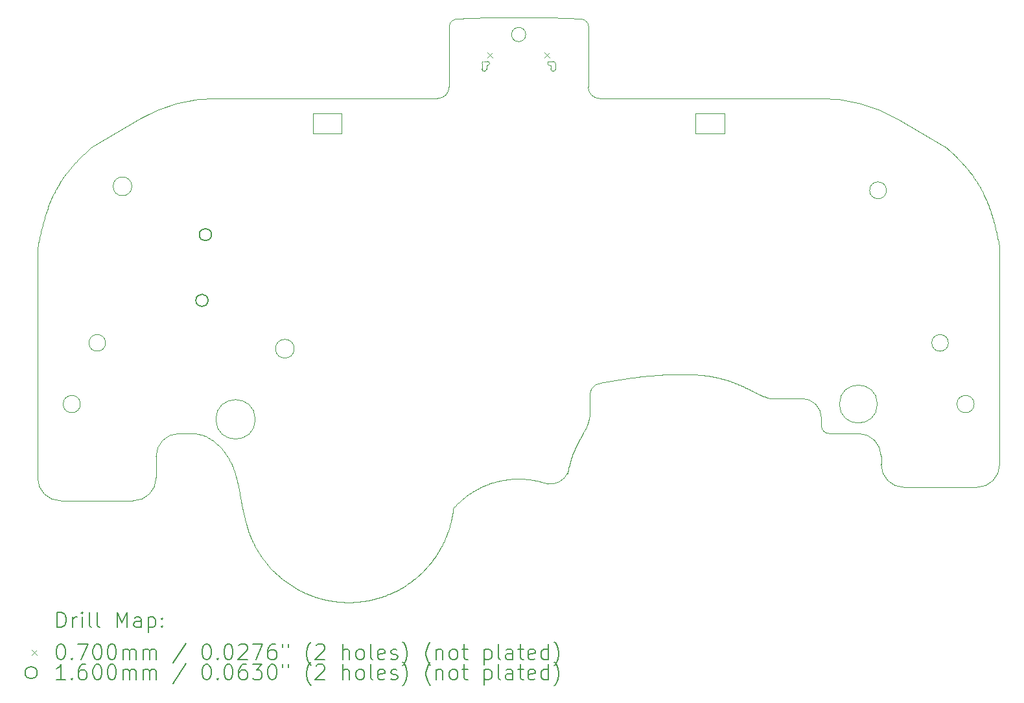
<source format=gbr>
%TF.GenerationSoftware,KiCad,Pcbnew,8.0.2*%
%TF.CreationDate,2024-07-13T20:06:56-07:00*%
%TF.ProjectId,UGC_Main,5547435f-4d61-4696-9e2e-6b696361645f,rev?*%
%TF.SameCoordinates,Original*%
%TF.FileFunction,Drillmap*%
%TF.FilePolarity,Positive*%
%FSLAX45Y45*%
G04 Gerber Fmt 4.5, Leading zero omitted, Abs format (unit mm)*
G04 Created by KiCad (PCBNEW 8.0.2) date 2024-07-13 20:06:56*
%MOMM*%
%LPD*%
G01*
G04 APERTURE LIST*
%ADD10C,0.100000*%
%ADD11C,0.010000*%
%ADD12C,0.200000*%
%ADD13C,0.160000*%
G04 APERTURE END LIST*
D10*
X21098524Y-8405855D02*
X21088302Y-8406441D01*
X21078113Y-8407038D01*
X21067954Y-8407645D01*
X21057826Y-8408262D01*
X21047726Y-8408890D01*
X21037655Y-8409529D01*
X21033635Y-8409788D01*
X22845042Y-13194165D02*
X22836143Y-13200574D01*
X22827754Y-13207601D01*
X22819906Y-13215214D01*
X22812631Y-13223383D01*
X22805959Y-13232075D01*
X22803874Y-13235083D01*
X28132187Y-14231648D02*
G75*
G02*
X27832187Y-14531647I-299997J-2D01*
G01*
X26884115Y-14531648D02*
G75*
G02*
X26584112Y-14231648I-5J299998D01*
G01*
X22486871Y-14347809D02*
G75*
G02*
X22225140Y-14484922I-225071J111269D01*
G01*
X20947567Y-8471615D02*
X20952276Y-8461721D01*
X20958025Y-8452422D01*
X20964759Y-8443801D01*
X20968907Y-8439335D01*
X20998554Y-8418610D02*
X21008069Y-8414842D01*
X21017900Y-8412071D01*
X21027968Y-8410316D01*
X21033635Y-8409788D01*
X21940866Y-8613913D02*
G75*
G02*
X21755866Y-8613913I-92500J0D01*
G01*
X21755866Y-8613913D02*
G75*
G02*
X21940866Y-8613913I92500J0D01*
G01*
X21848366Y-8388913D02*
X21859937Y-8388915D01*
X21871514Y-8388921D01*
X21883097Y-8388932D01*
X21894686Y-8388948D01*
X21906279Y-8388969D01*
X21917876Y-8388995D01*
X21929478Y-8389026D01*
X21941083Y-8389062D01*
X21952691Y-8389105D01*
X21964302Y-8389153D01*
X21975915Y-8389207D01*
X21987530Y-8389267D01*
X21999146Y-8389333D01*
X22010763Y-8389406D01*
X22022381Y-8389485D01*
X22033998Y-8389572D01*
X22045616Y-8389665D01*
X22057232Y-8389766D01*
X22068847Y-8389874D01*
X22080461Y-8389989D01*
X22092072Y-8390112D01*
X22103681Y-8390243D01*
X22115287Y-8390382D01*
X22126890Y-8390530D01*
X22138489Y-8390685D01*
X22150083Y-8390850D01*
X22161673Y-8391023D01*
X22173258Y-8391205D01*
X22184837Y-8391396D01*
X22196410Y-8391596D01*
X22207977Y-8391806D01*
X22219537Y-8392025D01*
X22756652Y-9299719D02*
X22756652Y-8509580D01*
X25794167Y-9449719D02*
X22906652Y-9449719D01*
X27769833Y-10447238D02*
X27777993Y-10458349D01*
X27785956Y-10469376D01*
X27793727Y-10480317D01*
X27801308Y-10491172D01*
X27808704Y-10501941D01*
X27815917Y-10512623D01*
X27822952Y-10523218D01*
X27829810Y-10533726D01*
X27836496Y-10544146D01*
X27843014Y-10554478D01*
X27849365Y-10564721D01*
X27855555Y-10574875D01*
X27861586Y-10584940D01*
X27867461Y-10594916D01*
X27873184Y-10604801D01*
X27878759Y-10614595D01*
X27884188Y-10624299D01*
X27889475Y-10633911D01*
X27894624Y-10643432D01*
X27899637Y-10652861D01*
X27904519Y-10662197D01*
X27909272Y-10671440D01*
X27913900Y-10680590D01*
X27918406Y-10689647D01*
X27927068Y-10707478D01*
X27935283Y-10724930D01*
X27943078Y-10741999D01*
X27950482Y-10758684D01*
X22803874Y-13235083D02*
X22797990Y-13244540D01*
X22792831Y-13254393D01*
X22788416Y-13264601D01*
X22784765Y-13275123D01*
X18117974Y-14270062D02*
X18111444Y-14255918D01*
X18105412Y-14242943D01*
X18099842Y-14231059D01*
X18094701Y-14220190D01*
X18089953Y-14210258D01*
X18085563Y-14201187D01*
X18079575Y-14189026D01*
X18074196Y-14178369D01*
X18069310Y-14168955D01*
X18063357Y-14157889D01*
X18057791Y-14147957D01*
X18053702Y-14140882D01*
X17757521Y-13862785D02*
X17745468Y-13858450D01*
X17734335Y-13854522D01*
X17723992Y-13850975D01*
X17714310Y-13847781D01*
X17700744Y-13843593D01*
X17687939Y-13840047D01*
X17675461Y-13837051D01*
X17662873Y-13834512D01*
X17649740Y-13832338D01*
X17635626Y-13830439D01*
X17625457Y-13829279D01*
X17614530Y-13828172D01*
X17602715Y-13827092D01*
X18269939Y-14927362D02*
X18272053Y-14937535D01*
X18274275Y-14947829D01*
X18276609Y-14958244D01*
X18279059Y-14968782D01*
X15864545Y-14706648D02*
X16812616Y-14706648D01*
X22690430Y-13821595D02*
X22695724Y-13812956D01*
X22701072Y-13804352D01*
X22701790Y-13803207D01*
X21874684Y-14420600D02*
X21864110Y-14420403D01*
X21853540Y-14420305D01*
X21848662Y-14420294D01*
X27411957Y-10073169D02*
X26791686Y-9716238D01*
X20790080Y-9449719D02*
X17902564Y-9449719D01*
X18359247Y-15207265D02*
X18363829Y-15217528D01*
X18368493Y-15227752D01*
X18373240Y-15237937D01*
X18378069Y-15248082D01*
X18382980Y-15258188D01*
X18387973Y-15268253D01*
X18393047Y-15278278D01*
X18398203Y-15288262D01*
X18403440Y-15298204D01*
X18408758Y-15308104D01*
X18412348Y-15314681D01*
X20940080Y-9299719D02*
G75*
G02*
X20790080Y-9449720I-150000J-1D01*
G01*
X19158366Y-9903440D02*
X19158366Y-9643440D01*
X25164110Y-13370061D02*
X25546418Y-13370061D01*
X21435098Y-14496662D02*
X21422898Y-14501471D01*
X21410760Y-14506420D01*
X21398686Y-14511507D01*
X21386677Y-14516731D01*
X21374733Y-14522091D01*
X21362857Y-14527588D01*
X21351049Y-14533220D01*
X21339310Y-14538987D01*
X21327642Y-14544887D01*
X21316045Y-14550921D01*
X21304521Y-14557088D01*
X21293071Y-14563386D01*
X21281696Y-14569815D01*
X21270397Y-14576375D01*
X21259175Y-14583065D01*
X21248031Y-14589884D01*
X21236967Y-14596831D01*
X21225983Y-14603906D01*
X21215081Y-14611108D01*
X21204262Y-14618436D01*
X21193526Y-14625890D01*
X21182876Y-14633469D01*
X21172312Y-14641172D01*
X21161835Y-14648998D01*
X21151447Y-14656948D01*
X21141148Y-14665020D01*
X21130940Y-14673213D01*
X21120823Y-14681527D01*
X21110800Y-14689961D01*
X21100870Y-14698515D01*
X21091036Y-14707188D01*
X21081298Y-14715978D01*
X18219411Y-14694504D02*
X18216639Y-14678878D01*
X18214092Y-14664527D01*
X18211756Y-14651365D01*
X18209614Y-14639309D01*
X18207653Y-14628274D01*
X18205856Y-14618173D01*
X18203436Y-14604591D01*
X18201301Y-14592636D01*
X18199399Y-14582021D01*
X18197136Y-14569460D01*
X18195074Y-14558095D01*
X18193586Y-14549947D01*
X25794167Y-9449719D02*
G75*
G02*
X26791687Y-9716237I3J-2000001D01*
G01*
X21848662Y-14420294D02*
X21835412Y-14420312D01*
X21822169Y-14420485D01*
X21808936Y-14420813D01*
X21795713Y-14421296D01*
X21782503Y-14421933D01*
X21769305Y-14422725D01*
X21756121Y-14423670D01*
X21742954Y-14424769D01*
X21729803Y-14426022D01*
X21716671Y-14427427D01*
X21703559Y-14428986D01*
X21690468Y-14430697D01*
X21677399Y-14432561D01*
X21664353Y-14434578D01*
X21651333Y-14436746D01*
X21638339Y-14439067D01*
X21625373Y-14441539D01*
X21612436Y-14444162D01*
X21599529Y-14446937D01*
X21586654Y-14449862D01*
X21573811Y-14452939D01*
X21561003Y-14456166D01*
X21548231Y-14459543D01*
X21535495Y-14463070D01*
X21522798Y-14466747D01*
X21510140Y-14470573D01*
X21497523Y-14474549D01*
X21484949Y-14478674D01*
X21472417Y-14482948D01*
X21459931Y-14487371D01*
X21447491Y-14491942D01*
X21435098Y-14496662D01*
X23739972Y-13059629D02*
X23763020Y-13058337D01*
X23786100Y-13057155D01*
X23809207Y-13056088D01*
X23832332Y-13055142D01*
X23855469Y-13054322D01*
X23878611Y-13053633D01*
X23901750Y-13053082D01*
X23924879Y-13052672D01*
X23947992Y-13052411D01*
X23971081Y-13052302D01*
X23994138Y-13052352D01*
X24017158Y-13052566D01*
X24040132Y-13052950D01*
X24063054Y-13053508D01*
X24085916Y-13054247D01*
X24108712Y-13055171D01*
X24131433Y-13056286D01*
X24154074Y-13057598D01*
X24176627Y-13059112D01*
X24199085Y-13060833D01*
X24221440Y-13062766D01*
X24243686Y-13064918D01*
X24265816Y-13067294D01*
X24287821Y-13069898D01*
X24309696Y-13072737D01*
X24331434Y-13075816D01*
X24353026Y-13079140D01*
X24374465Y-13082714D01*
X24395746Y-13086545D01*
X24416860Y-13090637D01*
X24437801Y-13094997D01*
X24458561Y-13099628D01*
X19509600Y-16028754D02*
X19526216Y-16030050D01*
X19542837Y-16031144D01*
X19559462Y-16032037D01*
X19576088Y-16032728D01*
X19592714Y-16033218D01*
X19609337Y-16033508D01*
X19625957Y-16033596D01*
X19642571Y-16033485D01*
X19659177Y-16033173D01*
X19675774Y-16032660D01*
X19692360Y-16031948D01*
X19708933Y-16031037D01*
X19725491Y-16029926D01*
X19742032Y-16028615D01*
X19758556Y-16027106D01*
X19775059Y-16025397D01*
X19791541Y-16023490D01*
X19807998Y-16021384D01*
X19824430Y-16019080D01*
X19840835Y-16016578D01*
X19857211Y-16013878D01*
X19873556Y-16010981D01*
X19889868Y-16007886D01*
X19906146Y-16004593D01*
X19922388Y-16001104D01*
X19938591Y-15997417D01*
X19954755Y-15993534D01*
X19970877Y-15989455D01*
X19986955Y-15985179D01*
X20002989Y-15980707D01*
X20018975Y-15976039D01*
X20034912Y-15971175D01*
X21081298Y-14715978D02*
X21073796Y-14722892D01*
X21066360Y-14729870D01*
X21058990Y-14736912D01*
X21051686Y-14744018D01*
X21044450Y-14751187D01*
X21037281Y-14758418D01*
X21030180Y-14765711D01*
X21023146Y-14773066D01*
X22778204Y-13537548D02*
X22778031Y-13550691D01*
X22777513Y-13563815D01*
X22776651Y-13576913D01*
X22775447Y-13589979D01*
X22773900Y-13603006D01*
X22772012Y-13615987D01*
X22769784Y-13628916D01*
X22767217Y-13641785D01*
X22764312Y-13654589D01*
X22761069Y-13667320D01*
X22758721Y-13675763D01*
X17112616Y-14406648D02*
X17112616Y-14127092D01*
X22219537Y-8392025D02*
X22231398Y-8392261D01*
X22243258Y-8392507D01*
X22255117Y-8392764D01*
X22266976Y-8393031D01*
X22278834Y-8393311D01*
X22290690Y-8393601D01*
X22302546Y-8393903D01*
X22314400Y-8394217D01*
X22326253Y-8394543D01*
X22338104Y-8394882D01*
X22349954Y-8395233D01*
X22361801Y-8395596D01*
X22373647Y-8395973D01*
X22385491Y-8396362D01*
X22397333Y-8396765D01*
X22409173Y-8397182D01*
X22421010Y-8397612D01*
X22432845Y-8398056D01*
X22444677Y-8398514D01*
X22456506Y-8398987D01*
X22468333Y-8399474D01*
X22480157Y-8399976D01*
X22491978Y-8400493D01*
X22503795Y-8401025D01*
X22515609Y-8401573D01*
X22527420Y-8402136D01*
X22539228Y-8402715D01*
X22551031Y-8403310D01*
X22562831Y-8403921D01*
X22574627Y-8404549D01*
X22586419Y-8405193D01*
X22598207Y-8405855D01*
X22898663Y-13171939D02*
X22923786Y-13166937D01*
X22949000Y-13162009D01*
X22974303Y-13157157D01*
X22999694Y-13152382D01*
X23025170Y-13147688D01*
X23050731Y-13143076D01*
X23076375Y-13138549D01*
X23102100Y-13134109D01*
X23127905Y-13129758D01*
X23153788Y-13125499D01*
X23179748Y-13121334D01*
X23205784Y-13117265D01*
X23231893Y-13113295D01*
X23258074Y-13109426D01*
X23284327Y-13105659D01*
X23310648Y-13101999D01*
X23337038Y-13098445D01*
X23363493Y-13095002D01*
X23390013Y-13091671D01*
X23416597Y-13088455D01*
X23443242Y-13085355D01*
X23469947Y-13082375D01*
X23496711Y-13079516D01*
X23523532Y-13076781D01*
X23550408Y-13074172D01*
X23577339Y-13071691D01*
X23604322Y-13069341D01*
X23631356Y-13067123D01*
X23658440Y-13065041D01*
X23685571Y-13063096D01*
X23712749Y-13061291D01*
X23739972Y-13059629D01*
X16905045Y-9716238D02*
G75*
G02*
X17902564Y-9449720I997515J-1733472D01*
G01*
X25903918Y-13827092D02*
G75*
G02*
X25803918Y-13727092I2J100002D01*
G01*
X18407813Y-13642561D02*
G75*
G02*
X17892813Y-13642561I-257500J0D01*
G01*
X17892813Y-13642561D02*
G75*
G02*
X18407813Y-13642561I257500J0D01*
G01*
X17412616Y-13827092D02*
X17602715Y-13827092D01*
X18053702Y-14140882D02*
X18044899Y-14128103D01*
X18036782Y-14116391D01*
X18029303Y-14105676D01*
X18022415Y-14095889D01*
X18016071Y-14086960D01*
X18010224Y-14078819D01*
X18002282Y-14067932D01*
X17995194Y-14058427D01*
X17988799Y-14050068D01*
X17981078Y-14040300D01*
X17973930Y-14031593D01*
X17968719Y-14025425D01*
X22225140Y-14484921D02*
X22214573Y-14481244D01*
X22203973Y-14477673D01*
X22193341Y-14474208D01*
X22182678Y-14470849D01*
X22171985Y-14467597D01*
X22161262Y-14464451D01*
X22150510Y-14461412D01*
X22139730Y-14458479D01*
X22128923Y-14455654D01*
X22118089Y-14452935D01*
X22107230Y-14450324D01*
X22096346Y-14447821D01*
X22085438Y-14445425D01*
X22074507Y-14443138D01*
X22063553Y-14440958D01*
X22052578Y-14438886D01*
X22041582Y-14436923D01*
X22030566Y-14435069D01*
X22019530Y-14433323D01*
X22008477Y-14431686D01*
X21997405Y-14430158D01*
X21986317Y-14428739D01*
X21975213Y-14427430D01*
X21964093Y-14426230D01*
X21952959Y-14425141D01*
X21941812Y-14424161D01*
X21930651Y-14423291D01*
X21919479Y-14422531D01*
X21908295Y-14421882D01*
X21897101Y-14421344D01*
X21885897Y-14420916D01*
X21874684Y-14420600D01*
X22486871Y-14347809D02*
X22490396Y-14330438D01*
X22494109Y-14313106D01*
X22498009Y-14295815D01*
X22502095Y-14278567D01*
X22506368Y-14261365D01*
X22510826Y-14244209D01*
X22515470Y-14227104D01*
X22520298Y-14210050D01*
X22525310Y-14193049D01*
X22530506Y-14176104D01*
X22535886Y-14159217D01*
X22541449Y-14142389D01*
X22547194Y-14125624D01*
X22553121Y-14108922D01*
X22559230Y-14092287D01*
X22565520Y-14075719D01*
X22571990Y-14059222D01*
X22578641Y-14042797D01*
X22585472Y-14026446D01*
X22592482Y-14010172D01*
X22599671Y-13993976D01*
X22607039Y-13977861D01*
X22614584Y-13961828D01*
X22622307Y-13945880D01*
X22630207Y-13930019D01*
X22638284Y-13914247D01*
X22646537Y-13898565D01*
X22654966Y-13882977D01*
X22663570Y-13867483D01*
X22672349Y-13852087D01*
X22681303Y-13836790D01*
X22690430Y-13821595D01*
X17112616Y-14127092D02*
G75*
G02*
X17412616Y-13827096I299994J2D01*
G01*
X22598207Y-8405855D02*
X22608429Y-8406441D01*
X22618619Y-8407038D01*
X22628777Y-8407645D01*
X22638906Y-8408262D01*
X22649005Y-8408890D01*
X22659076Y-8409529D01*
X22663097Y-8409788D01*
X15564545Y-11397080D02*
X15564545Y-14406648D01*
X24897780Y-13271849D02*
X24908160Y-13277132D01*
X24918405Y-13282320D01*
X24928516Y-13287407D01*
X24938493Y-13292390D01*
X24948335Y-13297263D01*
X24958044Y-13302022D01*
X24967619Y-13306661D01*
X24977061Y-13311177D01*
X24986369Y-13315564D01*
X24995545Y-13319817D01*
X25013497Y-13327905D01*
X25030919Y-13335403D01*
X25047813Y-13342273D01*
X25064179Y-13348476D01*
X25080020Y-13353975D01*
X25095336Y-13358732D01*
X25110130Y-13362710D01*
X25124403Y-13365869D01*
X25138156Y-13368173D01*
X25151391Y-13369583D01*
X25164110Y-13370061D01*
X15564545Y-11397080D02*
X15570092Y-11369428D01*
X15575662Y-11342160D01*
X15581263Y-11315269D01*
X15586902Y-11288748D01*
X15592586Y-11262589D01*
X15598323Y-11236786D01*
X15604120Y-11211331D01*
X15609984Y-11186216D01*
X15615922Y-11161435D01*
X15621942Y-11136980D01*
X15628051Y-11112845D01*
X15634256Y-11089021D01*
X15640565Y-11065502D01*
X15646985Y-11042280D01*
X15653523Y-11019349D01*
X15660186Y-10996700D01*
X15666982Y-10974327D01*
X15673918Y-10952222D01*
X15681002Y-10930379D01*
X15688240Y-10908790D01*
X15695640Y-10887447D01*
X15703209Y-10866344D01*
X15710955Y-10845473D01*
X15718884Y-10824827D01*
X15727004Y-10804399D01*
X15735323Y-10784181D01*
X15743848Y-10764167D01*
X15752585Y-10744348D01*
X15761542Y-10724719D01*
X15770727Y-10705271D01*
X15780147Y-10685998D01*
X15789809Y-10666892D01*
X20990026Y-14842116D02*
X20991388Y-14832153D01*
X20992751Y-14822189D01*
X20994113Y-14812225D01*
X20995476Y-14802262D01*
X22898663Y-13171939D02*
X22887997Y-13174490D01*
X22877568Y-13177806D01*
X22867417Y-13181870D01*
X22857586Y-13186664D01*
X22848113Y-13192173D01*
X22845042Y-13194165D01*
X16451966Y-12643440D02*
G75*
G02*
X16234765Y-12643440I-108600J0D01*
G01*
X16234765Y-12643440D02*
G75*
G02*
X16451966Y-12643440I108600J0D01*
G01*
X17867504Y-13930354D02*
X17855728Y-13922476D01*
X17844902Y-13915288D01*
X17834963Y-13908746D01*
X17825847Y-13902808D01*
X17813577Y-13894937D01*
X17802803Y-13888180D01*
X17793308Y-13882388D01*
X17782268Y-13875915D01*
X17772614Y-13870551D01*
X17761718Y-13864875D01*
X17757521Y-13862785D01*
X22758721Y-13675763D02*
X22754921Y-13688346D01*
X22750796Y-13700816D01*
X22746347Y-13713165D01*
X22741578Y-13725389D01*
X22736490Y-13737481D01*
X22731087Y-13749435D01*
X22725372Y-13761244D01*
X22719348Y-13772902D01*
X22713016Y-13784403D01*
X22706381Y-13795742D01*
X22701790Y-13803207D01*
X20510027Y-15711577D02*
X20522986Y-15700573D01*
X20535801Y-15689416D01*
X20548471Y-15678108D01*
X20560994Y-15666651D01*
X20573370Y-15655045D01*
X20585597Y-15643293D01*
X20597674Y-15631395D01*
X20609600Y-15619354D01*
X20621373Y-15607171D01*
X20632993Y-15594848D01*
X20644458Y-15582385D01*
X20655767Y-15569785D01*
X20666918Y-15557048D01*
X20677911Y-15544178D01*
X20688745Y-15531174D01*
X20699417Y-15518039D01*
X20709928Y-15504773D01*
X20720275Y-15491379D01*
X20730458Y-15477859D01*
X20740475Y-15464212D01*
X20750325Y-15450442D01*
X20760007Y-15436549D01*
X20769520Y-15422535D01*
X20778862Y-15408402D01*
X20788032Y-15394151D01*
X20797030Y-15379784D01*
X20805853Y-15365301D01*
X20814502Y-15350705D01*
X20822973Y-15335997D01*
X20831267Y-15321179D01*
X20839382Y-15306252D01*
X20847317Y-15291217D01*
X27411957Y-10073169D02*
X27424224Y-10083546D01*
X27436451Y-10094017D01*
X27448636Y-10104578D01*
X27460775Y-10115231D01*
X27472866Y-10125973D01*
X27484905Y-10136804D01*
X27496889Y-10147724D01*
X27508815Y-10158732D01*
X27520681Y-10169827D01*
X27532482Y-10181008D01*
X27544217Y-10192274D01*
X27555882Y-10203625D01*
X27567474Y-10215059D01*
X27578990Y-10226577D01*
X27590427Y-10238177D01*
X27601782Y-10249859D01*
X27613052Y-10261621D01*
X27624233Y-10273464D01*
X27635324Y-10285386D01*
X27646321Y-10297386D01*
X27657220Y-10309464D01*
X27668019Y-10321619D01*
X27678715Y-10333851D01*
X27689305Y-10346158D01*
X27699785Y-10358539D01*
X27710153Y-10370995D01*
X27720406Y-10383523D01*
X27730540Y-10396124D01*
X27740553Y-10408797D01*
X27750442Y-10421541D01*
X27760203Y-10434355D01*
X27769833Y-10447238D01*
X19020879Y-15894144D02*
X19035277Y-15901058D01*
X19049747Y-15907802D01*
X19064286Y-15914375D01*
X19078895Y-15920777D01*
X19093570Y-15927008D01*
X19108311Y-15933066D01*
X19123115Y-15938952D01*
X19137982Y-15944665D01*
X19152910Y-15950205D01*
X19167898Y-15955571D01*
X19182943Y-15960762D01*
X19198045Y-15965779D01*
X19213202Y-15970621D01*
X19228412Y-15975287D01*
X19243674Y-15979777D01*
X19258986Y-15984091D01*
X19274347Y-15988228D01*
X19289755Y-15992187D01*
X19305210Y-15995969D01*
X19320708Y-15999572D01*
X19336250Y-16002997D01*
X19351833Y-16006243D01*
X19367455Y-16009309D01*
X19383116Y-16012196D01*
X19398814Y-16014902D01*
X19414547Y-16017427D01*
X19430313Y-16019770D01*
X19446112Y-16021932D01*
X19461942Y-16023912D01*
X19477800Y-16025710D01*
X19493687Y-16027324D01*
X19509600Y-16028754D01*
X16795206Y-10597780D02*
G75*
G02*
X16550206Y-10597780I-122500J0D01*
G01*
X16550206Y-10597780D02*
G75*
G02*
X16795206Y-10597780I122500J0D01*
G01*
X18248300Y-14839945D02*
X18245057Y-14824242D01*
X18242089Y-14809818D01*
X18239379Y-14796589D01*
X18236908Y-14784469D01*
X18234659Y-14773373D01*
X18232613Y-14763215D01*
X18229888Y-14749552D01*
X18227519Y-14737521D01*
X18225448Y-14726835D01*
X18223042Y-14714180D01*
X18220913Y-14702722D01*
X18219411Y-14694504D01*
X24458561Y-13099628D02*
X24474564Y-13103430D01*
X24490430Y-13107411D01*
X24506157Y-13111565D01*
X24521744Y-13115882D01*
X24537191Y-13120357D01*
X24552496Y-13124979D01*
X24567659Y-13129743D01*
X24582678Y-13134640D01*
X24597553Y-13139662D01*
X24612283Y-13144802D01*
X24626867Y-13150051D01*
X24641304Y-13155403D01*
X24655593Y-13160848D01*
X24669733Y-13166380D01*
X24683724Y-13171991D01*
X24697564Y-13177672D01*
X24711252Y-13183417D01*
X24724788Y-13189216D01*
X24738171Y-13195063D01*
X24751399Y-13200950D01*
X24764472Y-13206869D01*
X24777390Y-13212811D01*
X24790150Y-13218770D01*
X24802752Y-13224738D01*
X24815196Y-13230706D01*
X24827480Y-13236667D01*
X24839604Y-13242613D01*
X24851565Y-13248537D01*
X24863365Y-13254430D01*
X24875001Y-13260285D01*
X24886473Y-13266094D01*
X24897780Y-13271849D01*
X18279059Y-14968782D02*
X18282765Y-14984053D01*
X18286648Y-14999282D01*
X18290707Y-15014467D01*
X18294941Y-15029607D01*
X18299349Y-15044700D01*
X18303932Y-15059746D01*
X18308689Y-15074742D01*
X18313620Y-15089687D01*
X18318723Y-15104581D01*
X18323998Y-15119421D01*
X18329446Y-15134207D01*
X18335065Y-15148936D01*
X18340855Y-15163608D01*
X18346816Y-15178221D01*
X18352947Y-15192774D01*
X18359247Y-15207265D01*
X24158366Y-9903440D02*
X24158366Y-9643440D01*
X20859124Y-15267973D02*
X20865185Y-15255600D01*
X20871120Y-15243172D01*
X20876929Y-15230690D01*
X20882611Y-15218155D01*
X20888166Y-15205567D01*
X20893593Y-15192928D01*
X20898893Y-15180238D01*
X20904065Y-15167500D01*
X20909108Y-15154712D01*
X20914023Y-15141878D01*
X20918809Y-15128996D01*
X20923466Y-15116070D01*
X20927993Y-15103099D01*
X20932390Y-15090084D01*
X20936658Y-15077027D01*
X20940794Y-15063928D01*
X20944800Y-15050788D01*
X20948676Y-15037610D01*
X20952419Y-15024392D01*
X20956031Y-15011137D01*
X20959511Y-14997845D01*
X20962859Y-14984517D01*
X20966075Y-14971155D01*
X20969157Y-14957759D01*
X20972106Y-14944330D01*
X20974922Y-14930870D01*
X20977604Y-14917378D01*
X20980152Y-14903857D01*
X20982565Y-14890307D01*
X20984844Y-14876730D01*
X20986988Y-14863125D01*
X20988997Y-14849494D01*
X25803918Y-13627561D02*
X25803918Y-13727092D01*
X27799073Y-13442726D02*
G75*
G02*
X27574073Y-13442726I-112500J0D01*
G01*
X27574073Y-13442726D02*
G75*
G02*
X27799073Y-13442726I112500J0D01*
G01*
X26584115Y-14127092D02*
X26584115Y-14231648D01*
X25903918Y-13827092D02*
X26284115Y-13827092D01*
X26884115Y-14531648D02*
X27832187Y-14531648D01*
X18412348Y-15314681D02*
X18417908Y-15324684D01*
X18423551Y-15334643D01*
X18429277Y-15344556D01*
X18435085Y-15354424D01*
X18440975Y-15364246D01*
X18446947Y-15374021D01*
X18453000Y-15383749D01*
X18459135Y-15393429D01*
X18465352Y-15403062D01*
X18471649Y-15412646D01*
X18478028Y-15422180D01*
X18484486Y-15431666D01*
X18491026Y-15441101D01*
X18497645Y-15450485D01*
X18504345Y-15459818D01*
X18511124Y-15469100D01*
X18517983Y-15478330D01*
X18524921Y-15487507D01*
X18531938Y-15496630D01*
X18539034Y-15505701D01*
X18546209Y-15514717D01*
X18553462Y-15523678D01*
X18560794Y-15532585D01*
X18568203Y-15541435D01*
X18575691Y-15550230D01*
X18583256Y-15558968D01*
X18590898Y-15567649D01*
X18598618Y-15576272D01*
X18606415Y-15584837D01*
X18614288Y-15593344D01*
X18622238Y-15601791D01*
X18630264Y-15610179D01*
X16122659Y-13442726D02*
G75*
G02*
X15897659Y-13442726I-112500J0D01*
G01*
X15897659Y-13442726D02*
G75*
G02*
X16122659Y-13442726I112500J0D01*
G01*
X18162574Y-14407659D02*
X18158089Y-14392692D01*
X18153943Y-14378953D01*
X18150111Y-14366362D01*
X18146569Y-14354836D01*
X18143294Y-14344296D01*
X18140261Y-14334658D01*
X18136114Y-14321717D01*
X18132377Y-14310351D01*
X18128969Y-14300285D01*
X18124796Y-14288411D01*
X18120871Y-14277710D01*
X18117974Y-14270062D01*
X18916526Y-12719100D02*
G75*
G02*
X18671526Y-12719100I-122500J0D01*
G01*
X18671526Y-12719100D02*
G75*
G02*
X18916526Y-12719100I122500J0D01*
G01*
X20940080Y-8509580D02*
X20940080Y-9299719D01*
X21023146Y-14773066D02*
X21016229Y-14780365D01*
X21009311Y-14787664D01*
X21002393Y-14794963D01*
X20995476Y-14802262D01*
X27950482Y-10758684D02*
X27957443Y-10774807D01*
X27964276Y-10791069D01*
X27970984Y-10807479D01*
X27977574Y-10824048D01*
X27984048Y-10840788D01*
X27990412Y-10857709D01*
X27996670Y-10874823D01*
X28002828Y-10892139D01*
X28008888Y-10909670D01*
X28014857Y-10927425D01*
X28020739Y-10945416D01*
X28026537Y-10963655D01*
X28032258Y-10982151D01*
X28037904Y-11000915D01*
X28043482Y-11019960D01*
X28048995Y-11039294D01*
X28054449Y-11058931D01*
X28059847Y-11078879D01*
X28065195Y-11099151D01*
X28070496Y-11119757D01*
X28075756Y-11140709D01*
X28080979Y-11162016D01*
X28086170Y-11183691D01*
X28091332Y-11205743D01*
X28096472Y-11228185D01*
X28101593Y-11251026D01*
X28106700Y-11274277D01*
X28111798Y-11297951D01*
X28116891Y-11322057D01*
X28121984Y-11346607D01*
X28127081Y-11371611D01*
X28132187Y-11397080D01*
X24538366Y-9643440D02*
X24538366Y-9903440D01*
X28132187Y-14231648D02*
X28132187Y-11397080D01*
X22906652Y-9449719D02*
G75*
G02*
X22756651Y-9299719I-2J149999D01*
G01*
X25546418Y-13370061D02*
G75*
G02*
X25803918Y-13627561I2J-257499D01*
G01*
X20940080Y-8509580D02*
X20940680Y-8498639D01*
X20942468Y-8487854D01*
X20945426Y-8477321D01*
X20947567Y-8471615D01*
X15789809Y-10666892D02*
X15795602Y-10655742D01*
X15801848Y-10643968D01*
X15808564Y-10631585D01*
X15815768Y-10618608D01*
X15823477Y-10605051D01*
X15831707Y-10590928D01*
X15840476Y-10576255D01*
X15849800Y-10561046D01*
X15859698Y-10545315D01*
X15870185Y-10529077D01*
X15881280Y-10512347D01*
X15892999Y-10495139D01*
X15905359Y-10477469D01*
X15918377Y-10459350D01*
X15932071Y-10440797D01*
X15946457Y-10421824D01*
X15961553Y-10402447D01*
X15977376Y-10382680D01*
X15993943Y-10362538D01*
X16011270Y-10342035D01*
X16029376Y-10321185D01*
X16048276Y-10300004D01*
X16067989Y-10278506D01*
X16088532Y-10256706D01*
X16109920Y-10234618D01*
X16132172Y-10212256D01*
X16155305Y-10189636D01*
X16179335Y-10166772D01*
X16204280Y-10143679D01*
X16230157Y-10120371D01*
X16256983Y-10096862D01*
X16284775Y-10073169D01*
X16905045Y-9716238D02*
X16284775Y-10073169D01*
X19538366Y-9643440D02*
X19538366Y-9903440D01*
X22750109Y-8474004D02*
X22753256Y-8483742D01*
X22755388Y-8493731D01*
X22756490Y-8503891D01*
X22756652Y-8509580D01*
X17112616Y-14406648D02*
G75*
G02*
X16812616Y-14706646I-299996J-2D01*
G01*
X19538366Y-9903440D02*
X19158366Y-9903440D01*
X18269939Y-14927362D02*
X18267068Y-14916432D01*
X18264245Y-14905503D01*
X18261469Y-14894575D01*
X18258740Y-14883647D01*
X18256059Y-14872721D01*
X18253426Y-14861795D01*
X18250839Y-14850870D01*
X18248300Y-14839945D01*
X22778204Y-13537548D02*
X22778204Y-13319001D01*
X24158366Y-9643440D02*
X24538366Y-9643440D01*
X22731338Y-8443082D02*
X22737743Y-8451064D01*
X22743289Y-8459641D01*
X22747934Y-8468744D01*
X22750109Y-8474004D01*
X24538366Y-9903440D02*
X24158366Y-9903440D01*
X22700500Y-8419706D02*
X22710070Y-8425043D01*
X22718979Y-8431380D01*
X22727148Y-8438656D01*
X22731338Y-8443082D01*
X15864545Y-14706648D02*
G75*
G02*
X15564542Y-14406648I5J300008D01*
G01*
X20988997Y-14849494D02*
X20990026Y-14842116D01*
X21848366Y-8388913D02*
X21836794Y-8388915D01*
X21825217Y-8388921D01*
X21813634Y-8388932D01*
X21802046Y-8388948D01*
X21790453Y-8388969D01*
X21778855Y-8388995D01*
X21767254Y-8389026D01*
X21755649Y-8389062D01*
X21744040Y-8389105D01*
X21732430Y-8389153D01*
X21720817Y-8389207D01*
X21709202Y-8389267D01*
X21697586Y-8389333D01*
X21685968Y-8389406D01*
X21674351Y-8389485D01*
X21662733Y-8389572D01*
X21651116Y-8389665D01*
X21639499Y-8389766D01*
X21627884Y-8389874D01*
X21616270Y-8389989D01*
X21604659Y-8390112D01*
X21593050Y-8390243D01*
X21581444Y-8390382D01*
X21569841Y-8390530D01*
X21558243Y-8390685D01*
X21546648Y-8390850D01*
X21535058Y-8391023D01*
X21523473Y-8391205D01*
X21511894Y-8391396D01*
X21500321Y-8391596D01*
X21488754Y-8391806D01*
X21477195Y-8392025D01*
X26534073Y-13442726D02*
G75*
G02*
X26039073Y-13442726I-247500J0D01*
G01*
X26039073Y-13442726D02*
G75*
G02*
X26534073Y-13442726I247500J0D01*
G01*
X26653366Y-10649440D02*
G75*
G02*
X26433366Y-10649440I-110000J0D01*
G01*
X26433366Y-10649440D02*
G75*
G02*
X26653366Y-10649440I110000J0D01*
G01*
X18193586Y-14549947D02*
X18190421Y-14534531D01*
X18187499Y-14520375D01*
X18184804Y-14507397D01*
X18182318Y-14495511D01*
X18180024Y-14484634D01*
X18177906Y-14474684D01*
X18175019Y-14461310D01*
X18172429Y-14449547D01*
X18170078Y-14439114D01*
X18167217Y-14426781D01*
X18164541Y-14415638D01*
X18162574Y-14407659D01*
X18630264Y-15610179D02*
X18640879Y-15621060D01*
X18651607Y-15631820D01*
X18662448Y-15642458D01*
X18673400Y-15652974D01*
X18684462Y-15663366D01*
X18695633Y-15673633D01*
X18706913Y-15683775D01*
X18718299Y-15693791D01*
X18729792Y-15703680D01*
X18741389Y-15713441D01*
X18753091Y-15723074D01*
X18764895Y-15732577D01*
X18776800Y-15741949D01*
X18788807Y-15751191D01*
X18800912Y-15760300D01*
X18813116Y-15769277D01*
X18825418Y-15778120D01*
X18837815Y-15786828D01*
X18850308Y-15795401D01*
X18862895Y-15803838D01*
X18875574Y-15812137D01*
X18888346Y-15820299D01*
X18901209Y-15828322D01*
X18914161Y-15836205D01*
X18927202Y-15843948D01*
X18940330Y-15851549D01*
X18953545Y-15859009D01*
X18966845Y-15866325D01*
X18980230Y-15873498D01*
X18993698Y-15880526D01*
X19007248Y-15887408D01*
X19020879Y-15894144D01*
X21477195Y-8392025D02*
X21465334Y-8392261D01*
X21453474Y-8392507D01*
X21441614Y-8392764D01*
X21429755Y-8393031D01*
X21417898Y-8393311D01*
X21406041Y-8393601D01*
X21394186Y-8393903D01*
X21382331Y-8394217D01*
X21370479Y-8394543D01*
X21358627Y-8394882D01*
X21346778Y-8395233D01*
X21334930Y-8395596D01*
X21323084Y-8395973D01*
X21311240Y-8396362D01*
X21299398Y-8396765D01*
X21287559Y-8397182D01*
X21275721Y-8397612D01*
X21263887Y-8398056D01*
X21252054Y-8398514D01*
X21240225Y-8398987D01*
X21228398Y-8399474D01*
X21216574Y-8399976D01*
X21204754Y-8400493D01*
X21192936Y-8401025D01*
X21181122Y-8401573D01*
X21169311Y-8402136D01*
X21157504Y-8402715D01*
X21145700Y-8403310D01*
X21133900Y-8403921D01*
X21122104Y-8404549D01*
X21110312Y-8405193D01*
X21098524Y-8405855D01*
X20034912Y-15971175D02*
X20051188Y-15965989D01*
X20067388Y-15960606D01*
X20083512Y-15955024D01*
X20099557Y-15949247D01*
X20115522Y-15943274D01*
X20131405Y-15937106D01*
X20147204Y-15930745D01*
X20162919Y-15924192D01*
X20178546Y-15917446D01*
X20194085Y-15910510D01*
X20209533Y-15903385D01*
X20224889Y-15896070D01*
X20240151Y-15888567D01*
X20255318Y-15880878D01*
X20270387Y-15873002D01*
X20285358Y-15864942D01*
X20300227Y-15856697D01*
X20314995Y-15848269D01*
X20329658Y-15839659D01*
X20344215Y-15830868D01*
X20358665Y-15821897D01*
X20373006Y-15812746D01*
X20387235Y-15803416D01*
X20401352Y-15793909D01*
X20415355Y-15784226D01*
X20429242Y-15774367D01*
X20443010Y-15764333D01*
X20456660Y-15754125D01*
X20470187Y-15743745D01*
X20483593Y-15733193D01*
X20496873Y-15722470D01*
X20510027Y-15711577D01*
X17968719Y-14025425D02*
X17958040Y-14014711D01*
X17948209Y-14004907D01*
X17939170Y-13995955D01*
X17930864Y-13987795D01*
X17923234Y-13980369D01*
X17912931Y-13970479D01*
X17903826Y-13961910D01*
X17895726Y-13954464D01*
X17886153Y-13945942D01*
X17877562Y-13938597D01*
X17869493Y-13931958D01*
X17867504Y-13930354D01*
X19158366Y-9643440D02*
X19538366Y-9643440D01*
X20847317Y-15291217D02*
X20852167Y-15281799D01*
X20856944Y-15272347D01*
X20859124Y-15267973D01*
X20968907Y-8439335D02*
X20976459Y-8432428D01*
X20984661Y-8426341D01*
X20993446Y-8421120D01*
X20998554Y-8418610D01*
X22663097Y-8409788D02*
X22673976Y-8411092D01*
X22684624Y-8413572D01*
X22694944Y-8417202D01*
X22700500Y-8419706D01*
X26284115Y-13827092D02*
G75*
G02*
X26584118Y-14127092I5J-299998D01*
G01*
X27461966Y-12643440D02*
G75*
G02*
X27244765Y-12643440I-108600J0D01*
G01*
X27244765Y-12643440D02*
G75*
G02*
X27461966Y-12643440I108600J0D01*
G01*
X22784765Y-13275123D02*
X22781904Y-13285887D01*
X22779853Y-13296818D01*
X22778617Y-13307872D01*
X22778204Y-13319001D01*
D11*
X21368364Y-9065440D02*
X21368364Y-8990440D01*
X21398364Y-8965440D02*
X21443364Y-8965440D01*
X21428364Y-9015440D02*
X21428364Y-9065440D01*
X21443364Y-9015440D02*
X21428364Y-9015440D01*
X22253364Y-8965440D02*
X22298364Y-8965440D01*
X22268364Y-9015440D02*
X22253364Y-9015440D01*
X22268364Y-9065440D02*
X22268364Y-9015440D01*
X22328364Y-8990440D02*
X22328364Y-9065440D01*
X21368364Y-8990440D02*
G75*
G02*
X21398364Y-8965440I27500J-2500D01*
G01*
X21428364Y-9065440D02*
G75*
G02*
X21368364Y-9065440I-30000J0D01*
G01*
X21443364Y-8965440D02*
G75*
G02*
X21443364Y-9015440I0J-25000D01*
G01*
X22253364Y-9015440D02*
G75*
G02*
X22253364Y-8965440I0J25000D01*
G01*
X22298364Y-8965440D02*
G75*
G02*
X22328364Y-8990440I2500J-27500D01*
G01*
X22328364Y-9065440D02*
G75*
G02*
X22268364Y-9065440I-30000J0D01*
G01*
D12*
D10*
X21440864Y-8845440D02*
X21510864Y-8915440D01*
X21510864Y-8845440D02*
X21440864Y-8915440D01*
X22185864Y-8845440D02*
X22255864Y-8915440D01*
X22255864Y-8845440D02*
X22185864Y-8915440D01*
D13*
X17790862Y-12087851D02*
G75*
G02*
X17630862Y-12087851I-80000J0D01*
G01*
X17630862Y-12087851D02*
G75*
G02*
X17790862Y-12087851I80000J0D01*
G01*
X17835871Y-11229029D02*
G75*
G02*
X17675871Y-11229029I-80000J0D01*
G01*
X17675871Y-11229029D02*
G75*
G02*
X17835871Y-11229029I80000J0D01*
G01*
D12*
X15820321Y-16360136D02*
X15820321Y-16160136D01*
X15820321Y-16160136D02*
X15867940Y-16160136D01*
X15867940Y-16160136D02*
X15896512Y-16169660D01*
X15896512Y-16169660D02*
X15915560Y-16188707D01*
X15915560Y-16188707D02*
X15925083Y-16207755D01*
X15925083Y-16207755D02*
X15934607Y-16245850D01*
X15934607Y-16245850D02*
X15934607Y-16274421D01*
X15934607Y-16274421D02*
X15925083Y-16312517D01*
X15925083Y-16312517D02*
X15915560Y-16331564D01*
X15915560Y-16331564D02*
X15896512Y-16350612D01*
X15896512Y-16350612D02*
X15867940Y-16360136D01*
X15867940Y-16360136D02*
X15820321Y-16360136D01*
X16020321Y-16360136D02*
X16020321Y-16226802D01*
X16020321Y-16264898D02*
X16029845Y-16245850D01*
X16029845Y-16245850D02*
X16039369Y-16236326D01*
X16039369Y-16236326D02*
X16058417Y-16226802D01*
X16058417Y-16226802D02*
X16077464Y-16226802D01*
X16144131Y-16360136D02*
X16144131Y-16226802D01*
X16144131Y-16160136D02*
X16134607Y-16169660D01*
X16134607Y-16169660D02*
X16144131Y-16179183D01*
X16144131Y-16179183D02*
X16153655Y-16169660D01*
X16153655Y-16169660D02*
X16144131Y-16160136D01*
X16144131Y-16160136D02*
X16144131Y-16179183D01*
X16267940Y-16360136D02*
X16248893Y-16350612D01*
X16248893Y-16350612D02*
X16239369Y-16331564D01*
X16239369Y-16331564D02*
X16239369Y-16160136D01*
X16372702Y-16360136D02*
X16353655Y-16350612D01*
X16353655Y-16350612D02*
X16344131Y-16331564D01*
X16344131Y-16331564D02*
X16344131Y-16160136D01*
X16601274Y-16360136D02*
X16601274Y-16160136D01*
X16601274Y-16160136D02*
X16667941Y-16302993D01*
X16667941Y-16302993D02*
X16734607Y-16160136D01*
X16734607Y-16160136D02*
X16734607Y-16360136D01*
X16915560Y-16360136D02*
X16915560Y-16255374D01*
X16915560Y-16255374D02*
X16906036Y-16236326D01*
X16906036Y-16236326D02*
X16886988Y-16226802D01*
X16886988Y-16226802D02*
X16848893Y-16226802D01*
X16848893Y-16226802D02*
X16829845Y-16236326D01*
X16915560Y-16350612D02*
X16896512Y-16360136D01*
X16896512Y-16360136D02*
X16848893Y-16360136D01*
X16848893Y-16360136D02*
X16829845Y-16350612D01*
X16829845Y-16350612D02*
X16820322Y-16331564D01*
X16820322Y-16331564D02*
X16820322Y-16312517D01*
X16820322Y-16312517D02*
X16829845Y-16293469D01*
X16829845Y-16293469D02*
X16848893Y-16283945D01*
X16848893Y-16283945D02*
X16896512Y-16283945D01*
X16896512Y-16283945D02*
X16915560Y-16274421D01*
X17010798Y-16226802D02*
X17010798Y-16426802D01*
X17010798Y-16236326D02*
X17029845Y-16226802D01*
X17029845Y-16226802D02*
X17067941Y-16226802D01*
X17067941Y-16226802D02*
X17086988Y-16236326D01*
X17086988Y-16236326D02*
X17096512Y-16245850D01*
X17096512Y-16245850D02*
X17106036Y-16264898D01*
X17106036Y-16264898D02*
X17106036Y-16322040D01*
X17106036Y-16322040D02*
X17096512Y-16341088D01*
X17096512Y-16341088D02*
X17086988Y-16350612D01*
X17086988Y-16350612D02*
X17067941Y-16360136D01*
X17067941Y-16360136D02*
X17029845Y-16360136D01*
X17029845Y-16360136D02*
X17010798Y-16350612D01*
X17191750Y-16341088D02*
X17201274Y-16350612D01*
X17201274Y-16350612D02*
X17191750Y-16360136D01*
X17191750Y-16360136D02*
X17182226Y-16350612D01*
X17182226Y-16350612D02*
X17191750Y-16341088D01*
X17191750Y-16341088D02*
X17191750Y-16360136D01*
X17191750Y-16236326D02*
X17201274Y-16245850D01*
X17201274Y-16245850D02*
X17191750Y-16255374D01*
X17191750Y-16255374D02*
X17182226Y-16245850D01*
X17182226Y-16245850D02*
X17191750Y-16236326D01*
X17191750Y-16236326D02*
X17191750Y-16255374D01*
D10*
X15489545Y-16653652D02*
X15559545Y-16723652D01*
X15559545Y-16653652D02*
X15489545Y-16723652D01*
D12*
X15858417Y-16580136D02*
X15877464Y-16580136D01*
X15877464Y-16580136D02*
X15896512Y-16589660D01*
X15896512Y-16589660D02*
X15906036Y-16599183D01*
X15906036Y-16599183D02*
X15915560Y-16618231D01*
X15915560Y-16618231D02*
X15925083Y-16656326D01*
X15925083Y-16656326D02*
X15925083Y-16703945D01*
X15925083Y-16703945D02*
X15915560Y-16742040D01*
X15915560Y-16742040D02*
X15906036Y-16761088D01*
X15906036Y-16761088D02*
X15896512Y-16770612D01*
X15896512Y-16770612D02*
X15877464Y-16780136D01*
X15877464Y-16780136D02*
X15858417Y-16780136D01*
X15858417Y-16780136D02*
X15839369Y-16770612D01*
X15839369Y-16770612D02*
X15829845Y-16761088D01*
X15829845Y-16761088D02*
X15820321Y-16742040D01*
X15820321Y-16742040D02*
X15810798Y-16703945D01*
X15810798Y-16703945D02*
X15810798Y-16656326D01*
X15810798Y-16656326D02*
X15820321Y-16618231D01*
X15820321Y-16618231D02*
X15829845Y-16599183D01*
X15829845Y-16599183D02*
X15839369Y-16589660D01*
X15839369Y-16589660D02*
X15858417Y-16580136D01*
X16010798Y-16761088D02*
X16020321Y-16770612D01*
X16020321Y-16770612D02*
X16010798Y-16780136D01*
X16010798Y-16780136D02*
X16001274Y-16770612D01*
X16001274Y-16770612D02*
X16010798Y-16761088D01*
X16010798Y-16761088D02*
X16010798Y-16780136D01*
X16086988Y-16580136D02*
X16220321Y-16580136D01*
X16220321Y-16580136D02*
X16134607Y-16780136D01*
X16334607Y-16580136D02*
X16353655Y-16580136D01*
X16353655Y-16580136D02*
X16372702Y-16589660D01*
X16372702Y-16589660D02*
X16382226Y-16599183D01*
X16382226Y-16599183D02*
X16391750Y-16618231D01*
X16391750Y-16618231D02*
X16401274Y-16656326D01*
X16401274Y-16656326D02*
X16401274Y-16703945D01*
X16401274Y-16703945D02*
X16391750Y-16742040D01*
X16391750Y-16742040D02*
X16382226Y-16761088D01*
X16382226Y-16761088D02*
X16372702Y-16770612D01*
X16372702Y-16770612D02*
X16353655Y-16780136D01*
X16353655Y-16780136D02*
X16334607Y-16780136D01*
X16334607Y-16780136D02*
X16315560Y-16770612D01*
X16315560Y-16770612D02*
X16306036Y-16761088D01*
X16306036Y-16761088D02*
X16296512Y-16742040D01*
X16296512Y-16742040D02*
X16286988Y-16703945D01*
X16286988Y-16703945D02*
X16286988Y-16656326D01*
X16286988Y-16656326D02*
X16296512Y-16618231D01*
X16296512Y-16618231D02*
X16306036Y-16599183D01*
X16306036Y-16599183D02*
X16315560Y-16589660D01*
X16315560Y-16589660D02*
X16334607Y-16580136D01*
X16525083Y-16580136D02*
X16544131Y-16580136D01*
X16544131Y-16580136D02*
X16563179Y-16589660D01*
X16563179Y-16589660D02*
X16572702Y-16599183D01*
X16572702Y-16599183D02*
X16582226Y-16618231D01*
X16582226Y-16618231D02*
X16591750Y-16656326D01*
X16591750Y-16656326D02*
X16591750Y-16703945D01*
X16591750Y-16703945D02*
X16582226Y-16742040D01*
X16582226Y-16742040D02*
X16572702Y-16761088D01*
X16572702Y-16761088D02*
X16563179Y-16770612D01*
X16563179Y-16770612D02*
X16544131Y-16780136D01*
X16544131Y-16780136D02*
X16525083Y-16780136D01*
X16525083Y-16780136D02*
X16506036Y-16770612D01*
X16506036Y-16770612D02*
X16496512Y-16761088D01*
X16496512Y-16761088D02*
X16486988Y-16742040D01*
X16486988Y-16742040D02*
X16477464Y-16703945D01*
X16477464Y-16703945D02*
X16477464Y-16656326D01*
X16477464Y-16656326D02*
X16486988Y-16618231D01*
X16486988Y-16618231D02*
X16496512Y-16599183D01*
X16496512Y-16599183D02*
X16506036Y-16589660D01*
X16506036Y-16589660D02*
X16525083Y-16580136D01*
X16677464Y-16780136D02*
X16677464Y-16646802D01*
X16677464Y-16665850D02*
X16686988Y-16656326D01*
X16686988Y-16656326D02*
X16706036Y-16646802D01*
X16706036Y-16646802D02*
X16734607Y-16646802D01*
X16734607Y-16646802D02*
X16753655Y-16656326D01*
X16753655Y-16656326D02*
X16763179Y-16675374D01*
X16763179Y-16675374D02*
X16763179Y-16780136D01*
X16763179Y-16675374D02*
X16772702Y-16656326D01*
X16772702Y-16656326D02*
X16791750Y-16646802D01*
X16791750Y-16646802D02*
X16820322Y-16646802D01*
X16820322Y-16646802D02*
X16839369Y-16656326D01*
X16839369Y-16656326D02*
X16848893Y-16675374D01*
X16848893Y-16675374D02*
X16848893Y-16780136D01*
X16944131Y-16780136D02*
X16944131Y-16646802D01*
X16944131Y-16665850D02*
X16953655Y-16656326D01*
X16953655Y-16656326D02*
X16972703Y-16646802D01*
X16972703Y-16646802D02*
X17001274Y-16646802D01*
X17001274Y-16646802D02*
X17020322Y-16656326D01*
X17020322Y-16656326D02*
X17029845Y-16675374D01*
X17029845Y-16675374D02*
X17029845Y-16780136D01*
X17029845Y-16675374D02*
X17039369Y-16656326D01*
X17039369Y-16656326D02*
X17058417Y-16646802D01*
X17058417Y-16646802D02*
X17086988Y-16646802D01*
X17086988Y-16646802D02*
X17106036Y-16656326D01*
X17106036Y-16656326D02*
X17115560Y-16675374D01*
X17115560Y-16675374D02*
X17115560Y-16780136D01*
X17506036Y-16570612D02*
X17334607Y-16827755D01*
X17763179Y-16580136D02*
X17782227Y-16580136D01*
X17782227Y-16580136D02*
X17801274Y-16589660D01*
X17801274Y-16589660D02*
X17810798Y-16599183D01*
X17810798Y-16599183D02*
X17820322Y-16618231D01*
X17820322Y-16618231D02*
X17829846Y-16656326D01*
X17829846Y-16656326D02*
X17829846Y-16703945D01*
X17829846Y-16703945D02*
X17820322Y-16742040D01*
X17820322Y-16742040D02*
X17810798Y-16761088D01*
X17810798Y-16761088D02*
X17801274Y-16770612D01*
X17801274Y-16770612D02*
X17782227Y-16780136D01*
X17782227Y-16780136D02*
X17763179Y-16780136D01*
X17763179Y-16780136D02*
X17744131Y-16770612D01*
X17744131Y-16770612D02*
X17734607Y-16761088D01*
X17734607Y-16761088D02*
X17725084Y-16742040D01*
X17725084Y-16742040D02*
X17715560Y-16703945D01*
X17715560Y-16703945D02*
X17715560Y-16656326D01*
X17715560Y-16656326D02*
X17725084Y-16618231D01*
X17725084Y-16618231D02*
X17734607Y-16599183D01*
X17734607Y-16599183D02*
X17744131Y-16589660D01*
X17744131Y-16589660D02*
X17763179Y-16580136D01*
X17915560Y-16761088D02*
X17925084Y-16770612D01*
X17925084Y-16770612D02*
X17915560Y-16780136D01*
X17915560Y-16780136D02*
X17906036Y-16770612D01*
X17906036Y-16770612D02*
X17915560Y-16761088D01*
X17915560Y-16761088D02*
X17915560Y-16780136D01*
X18048893Y-16580136D02*
X18067941Y-16580136D01*
X18067941Y-16580136D02*
X18086988Y-16589660D01*
X18086988Y-16589660D02*
X18096512Y-16599183D01*
X18096512Y-16599183D02*
X18106036Y-16618231D01*
X18106036Y-16618231D02*
X18115560Y-16656326D01*
X18115560Y-16656326D02*
X18115560Y-16703945D01*
X18115560Y-16703945D02*
X18106036Y-16742040D01*
X18106036Y-16742040D02*
X18096512Y-16761088D01*
X18096512Y-16761088D02*
X18086988Y-16770612D01*
X18086988Y-16770612D02*
X18067941Y-16780136D01*
X18067941Y-16780136D02*
X18048893Y-16780136D01*
X18048893Y-16780136D02*
X18029846Y-16770612D01*
X18029846Y-16770612D02*
X18020322Y-16761088D01*
X18020322Y-16761088D02*
X18010798Y-16742040D01*
X18010798Y-16742040D02*
X18001274Y-16703945D01*
X18001274Y-16703945D02*
X18001274Y-16656326D01*
X18001274Y-16656326D02*
X18010798Y-16618231D01*
X18010798Y-16618231D02*
X18020322Y-16599183D01*
X18020322Y-16599183D02*
X18029846Y-16589660D01*
X18029846Y-16589660D02*
X18048893Y-16580136D01*
X18191750Y-16599183D02*
X18201274Y-16589660D01*
X18201274Y-16589660D02*
X18220322Y-16580136D01*
X18220322Y-16580136D02*
X18267941Y-16580136D01*
X18267941Y-16580136D02*
X18286988Y-16589660D01*
X18286988Y-16589660D02*
X18296512Y-16599183D01*
X18296512Y-16599183D02*
X18306036Y-16618231D01*
X18306036Y-16618231D02*
X18306036Y-16637279D01*
X18306036Y-16637279D02*
X18296512Y-16665850D01*
X18296512Y-16665850D02*
X18182227Y-16780136D01*
X18182227Y-16780136D02*
X18306036Y-16780136D01*
X18372703Y-16580136D02*
X18506036Y-16580136D01*
X18506036Y-16580136D02*
X18420322Y-16780136D01*
X18667941Y-16580136D02*
X18629846Y-16580136D01*
X18629846Y-16580136D02*
X18610798Y-16589660D01*
X18610798Y-16589660D02*
X18601274Y-16599183D01*
X18601274Y-16599183D02*
X18582227Y-16627755D01*
X18582227Y-16627755D02*
X18572703Y-16665850D01*
X18572703Y-16665850D02*
X18572703Y-16742040D01*
X18572703Y-16742040D02*
X18582227Y-16761088D01*
X18582227Y-16761088D02*
X18591750Y-16770612D01*
X18591750Y-16770612D02*
X18610798Y-16780136D01*
X18610798Y-16780136D02*
X18648893Y-16780136D01*
X18648893Y-16780136D02*
X18667941Y-16770612D01*
X18667941Y-16770612D02*
X18677465Y-16761088D01*
X18677465Y-16761088D02*
X18686988Y-16742040D01*
X18686988Y-16742040D02*
X18686988Y-16694421D01*
X18686988Y-16694421D02*
X18677465Y-16675374D01*
X18677465Y-16675374D02*
X18667941Y-16665850D01*
X18667941Y-16665850D02*
X18648893Y-16656326D01*
X18648893Y-16656326D02*
X18610798Y-16656326D01*
X18610798Y-16656326D02*
X18591750Y-16665850D01*
X18591750Y-16665850D02*
X18582227Y-16675374D01*
X18582227Y-16675374D02*
X18572703Y-16694421D01*
X18763179Y-16580136D02*
X18763179Y-16618231D01*
X18839369Y-16580136D02*
X18839369Y-16618231D01*
X19134608Y-16856326D02*
X19125084Y-16846802D01*
X19125084Y-16846802D02*
X19106036Y-16818231D01*
X19106036Y-16818231D02*
X19096512Y-16799183D01*
X19096512Y-16799183D02*
X19086989Y-16770612D01*
X19086989Y-16770612D02*
X19077465Y-16722993D01*
X19077465Y-16722993D02*
X19077465Y-16684898D01*
X19077465Y-16684898D02*
X19086989Y-16637279D01*
X19086989Y-16637279D02*
X19096512Y-16608707D01*
X19096512Y-16608707D02*
X19106036Y-16589660D01*
X19106036Y-16589660D02*
X19125084Y-16561088D01*
X19125084Y-16561088D02*
X19134608Y-16551564D01*
X19201274Y-16599183D02*
X19210798Y-16589660D01*
X19210798Y-16589660D02*
X19229846Y-16580136D01*
X19229846Y-16580136D02*
X19277465Y-16580136D01*
X19277465Y-16580136D02*
X19296512Y-16589660D01*
X19296512Y-16589660D02*
X19306036Y-16599183D01*
X19306036Y-16599183D02*
X19315560Y-16618231D01*
X19315560Y-16618231D02*
X19315560Y-16637279D01*
X19315560Y-16637279D02*
X19306036Y-16665850D01*
X19306036Y-16665850D02*
X19191750Y-16780136D01*
X19191750Y-16780136D02*
X19315560Y-16780136D01*
X19553655Y-16780136D02*
X19553655Y-16580136D01*
X19639370Y-16780136D02*
X19639370Y-16675374D01*
X19639370Y-16675374D02*
X19629846Y-16656326D01*
X19629846Y-16656326D02*
X19610798Y-16646802D01*
X19610798Y-16646802D02*
X19582227Y-16646802D01*
X19582227Y-16646802D02*
X19563179Y-16656326D01*
X19563179Y-16656326D02*
X19553655Y-16665850D01*
X19763179Y-16780136D02*
X19744131Y-16770612D01*
X19744131Y-16770612D02*
X19734608Y-16761088D01*
X19734608Y-16761088D02*
X19725084Y-16742040D01*
X19725084Y-16742040D02*
X19725084Y-16684898D01*
X19725084Y-16684898D02*
X19734608Y-16665850D01*
X19734608Y-16665850D02*
X19744131Y-16656326D01*
X19744131Y-16656326D02*
X19763179Y-16646802D01*
X19763179Y-16646802D02*
X19791751Y-16646802D01*
X19791751Y-16646802D02*
X19810798Y-16656326D01*
X19810798Y-16656326D02*
X19820322Y-16665850D01*
X19820322Y-16665850D02*
X19829846Y-16684898D01*
X19829846Y-16684898D02*
X19829846Y-16742040D01*
X19829846Y-16742040D02*
X19820322Y-16761088D01*
X19820322Y-16761088D02*
X19810798Y-16770612D01*
X19810798Y-16770612D02*
X19791751Y-16780136D01*
X19791751Y-16780136D02*
X19763179Y-16780136D01*
X19944131Y-16780136D02*
X19925084Y-16770612D01*
X19925084Y-16770612D02*
X19915560Y-16751564D01*
X19915560Y-16751564D02*
X19915560Y-16580136D01*
X20096512Y-16770612D02*
X20077465Y-16780136D01*
X20077465Y-16780136D02*
X20039370Y-16780136D01*
X20039370Y-16780136D02*
X20020322Y-16770612D01*
X20020322Y-16770612D02*
X20010798Y-16751564D01*
X20010798Y-16751564D02*
X20010798Y-16675374D01*
X20010798Y-16675374D02*
X20020322Y-16656326D01*
X20020322Y-16656326D02*
X20039370Y-16646802D01*
X20039370Y-16646802D02*
X20077465Y-16646802D01*
X20077465Y-16646802D02*
X20096512Y-16656326D01*
X20096512Y-16656326D02*
X20106036Y-16675374D01*
X20106036Y-16675374D02*
X20106036Y-16694421D01*
X20106036Y-16694421D02*
X20010798Y-16713469D01*
X20182227Y-16770612D02*
X20201274Y-16780136D01*
X20201274Y-16780136D02*
X20239370Y-16780136D01*
X20239370Y-16780136D02*
X20258417Y-16770612D01*
X20258417Y-16770612D02*
X20267941Y-16751564D01*
X20267941Y-16751564D02*
X20267941Y-16742040D01*
X20267941Y-16742040D02*
X20258417Y-16722993D01*
X20258417Y-16722993D02*
X20239370Y-16713469D01*
X20239370Y-16713469D02*
X20210798Y-16713469D01*
X20210798Y-16713469D02*
X20191751Y-16703945D01*
X20191751Y-16703945D02*
X20182227Y-16684898D01*
X20182227Y-16684898D02*
X20182227Y-16675374D01*
X20182227Y-16675374D02*
X20191751Y-16656326D01*
X20191751Y-16656326D02*
X20210798Y-16646802D01*
X20210798Y-16646802D02*
X20239370Y-16646802D01*
X20239370Y-16646802D02*
X20258417Y-16656326D01*
X20334608Y-16856326D02*
X20344132Y-16846802D01*
X20344132Y-16846802D02*
X20363179Y-16818231D01*
X20363179Y-16818231D02*
X20372703Y-16799183D01*
X20372703Y-16799183D02*
X20382227Y-16770612D01*
X20382227Y-16770612D02*
X20391751Y-16722993D01*
X20391751Y-16722993D02*
X20391751Y-16684898D01*
X20391751Y-16684898D02*
X20382227Y-16637279D01*
X20382227Y-16637279D02*
X20372703Y-16608707D01*
X20372703Y-16608707D02*
X20363179Y-16589660D01*
X20363179Y-16589660D02*
X20344132Y-16561088D01*
X20344132Y-16561088D02*
X20334608Y-16551564D01*
X20696513Y-16856326D02*
X20686989Y-16846802D01*
X20686989Y-16846802D02*
X20667941Y-16818231D01*
X20667941Y-16818231D02*
X20658417Y-16799183D01*
X20658417Y-16799183D02*
X20648893Y-16770612D01*
X20648893Y-16770612D02*
X20639370Y-16722993D01*
X20639370Y-16722993D02*
X20639370Y-16684898D01*
X20639370Y-16684898D02*
X20648893Y-16637279D01*
X20648893Y-16637279D02*
X20658417Y-16608707D01*
X20658417Y-16608707D02*
X20667941Y-16589660D01*
X20667941Y-16589660D02*
X20686989Y-16561088D01*
X20686989Y-16561088D02*
X20696513Y-16551564D01*
X20772703Y-16646802D02*
X20772703Y-16780136D01*
X20772703Y-16665850D02*
X20782227Y-16656326D01*
X20782227Y-16656326D02*
X20801274Y-16646802D01*
X20801274Y-16646802D02*
X20829846Y-16646802D01*
X20829846Y-16646802D02*
X20848893Y-16656326D01*
X20848893Y-16656326D02*
X20858417Y-16675374D01*
X20858417Y-16675374D02*
X20858417Y-16780136D01*
X20982227Y-16780136D02*
X20963179Y-16770612D01*
X20963179Y-16770612D02*
X20953655Y-16761088D01*
X20953655Y-16761088D02*
X20944132Y-16742040D01*
X20944132Y-16742040D02*
X20944132Y-16684898D01*
X20944132Y-16684898D02*
X20953655Y-16665850D01*
X20953655Y-16665850D02*
X20963179Y-16656326D01*
X20963179Y-16656326D02*
X20982227Y-16646802D01*
X20982227Y-16646802D02*
X21010798Y-16646802D01*
X21010798Y-16646802D02*
X21029846Y-16656326D01*
X21029846Y-16656326D02*
X21039370Y-16665850D01*
X21039370Y-16665850D02*
X21048893Y-16684898D01*
X21048893Y-16684898D02*
X21048893Y-16742040D01*
X21048893Y-16742040D02*
X21039370Y-16761088D01*
X21039370Y-16761088D02*
X21029846Y-16770612D01*
X21029846Y-16770612D02*
X21010798Y-16780136D01*
X21010798Y-16780136D02*
X20982227Y-16780136D01*
X21106036Y-16646802D02*
X21182227Y-16646802D01*
X21134608Y-16580136D02*
X21134608Y-16751564D01*
X21134608Y-16751564D02*
X21144132Y-16770612D01*
X21144132Y-16770612D02*
X21163179Y-16780136D01*
X21163179Y-16780136D02*
X21182227Y-16780136D01*
X21401274Y-16646802D02*
X21401274Y-16846802D01*
X21401274Y-16656326D02*
X21420322Y-16646802D01*
X21420322Y-16646802D02*
X21458417Y-16646802D01*
X21458417Y-16646802D02*
X21477465Y-16656326D01*
X21477465Y-16656326D02*
X21486989Y-16665850D01*
X21486989Y-16665850D02*
X21496513Y-16684898D01*
X21496513Y-16684898D02*
X21496513Y-16742040D01*
X21496513Y-16742040D02*
X21486989Y-16761088D01*
X21486989Y-16761088D02*
X21477465Y-16770612D01*
X21477465Y-16770612D02*
X21458417Y-16780136D01*
X21458417Y-16780136D02*
X21420322Y-16780136D01*
X21420322Y-16780136D02*
X21401274Y-16770612D01*
X21610798Y-16780136D02*
X21591751Y-16770612D01*
X21591751Y-16770612D02*
X21582227Y-16751564D01*
X21582227Y-16751564D02*
X21582227Y-16580136D01*
X21772703Y-16780136D02*
X21772703Y-16675374D01*
X21772703Y-16675374D02*
X21763179Y-16656326D01*
X21763179Y-16656326D02*
X21744132Y-16646802D01*
X21744132Y-16646802D02*
X21706036Y-16646802D01*
X21706036Y-16646802D02*
X21686989Y-16656326D01*
X21772703Y-16770612D02*
X21753655Y-16780136D01*
X21753655Y-16780136D02*
X21706036Y-16780136D01*
X21706036Y-16780136D02*
X21686989Y-16770612D01*
X21686989Y-16770612D02*
X21677465Y-16751564D01*
X21677465Y-16751564D02*
X21677465Y-16732517D01*
X21677465Y-16732517D02*
X21686989Y-16713469D01*
X21686989Y-16713469D02*
X21706036Y-16703945D01*
X21706036Y-16703945D02*
X21753655Y-16703945D01*
X21753655Y-16703945D02*
X21772703Y-16694421D01*
X21839370Y-16646802D02*
X21915560Y-16646802D01*
X21867941Y-16580136D02*
X21867941Y-16751564D01*
X21867941Y-16751564D02*
X21877465Y-16770612D01*
X21877465Y-16770612D02*
X21896513Y-16780136D01*
X21896513Y-16780136D02*
X21915560Y-16780136D01*
X22058417Y-16770612D02*
X22039370Y-16780136D01*
X22039370Y-16780136D02*
X22001274Y-16780136D01*
X22001274Y-16780136D02*
X21982227Y-16770612D01*
X21982227Y-16770612D02*
X21972703Y-16751564D01*
X21972703Y-16751564D02*
X21972703Y-16675374D01*
X21972703Y-16675374D02*
X21982227Y-16656326D01*
X21982227Y-16656326D02*
X22001274Y-16646802D01*
X22001274Y-16646802D02*
X22039370Y-16646802D01*
X22039370Y-16646802D02*
X22058417Y-16656326D01*
X22058417Y-16656326D02*
X22067941Y-16675374D01*
X22067941Y-16675374D02*
X22067941Y-16694421D01*
X22067941Y-16694421D02*
X21972703Y-16713469D01*
X22239370Y-16780136D02*
X22239370Y-16580136D01*
X22239370Y-16770612D02*
X22220322Y-16780136D01*
X22220322Y-16780136D02*
X22182227Y-16780136D01*
X22182227Y-16780136D02*
X22163179Y-16770612D01*
X22163179Y-16770612D02*
X22153655Y-16761088D01*
X22153655Y-16761088D02*
X22144132Y-16742040D01*
X22144132Y-16742040D02*
X22144132Y-16684898D01*
X22144132Y-16684898D02*
X22153655Y-16665850D01*
X22153655Y-16665850D02*
X22163179Y-16656326D01*
X22163179Y-16656326D02*
X22182227Y-16646802D01*
X22182227Y-16646802D02*
X22220322Y-16646802D01*
X22220322Y-16646802D02*
X22239370Y-16656326D01*
X22315560Y-16856326D02*
X22325084Y-16846802D01*
X22325084Y-16846802D02*
X22344132Y-16818231D01*
X22344132Y-16818231D02*
X22353655Y-16799183D01*
X22353655Y-16799183D02*
X22363179Y-16770612D01*
X22363179Y-16770612D02*
X22372703Y-16722993D01*
X22372703Y-16722993D02*
X22372703Y-16684898D01*
X22372703Y-16684898D02*
X22363179Y-16637279D01*
X22363179Y-16637279D02*
X22353655Y-16608707D01*
X22353655Y-16608707D02*
X22344132Y-16589660D01*
X22344132Y-16589660D02*
X22325084Y-16561088D01*
X22325084Y-16561088D02*
X22315560Y-16551564D01*
D13*
X15559545Y-16952652D02*
G75*
G02*
X15399545Y-16952652I-80000J0D01*
G01*
X15399545Y-16952652D02*
G75*
G02*
X15559545Y-16952652I80000J0D01*
G01*
D12*
X15925083Y-17044136D02*
X15810798Y-17044136D01*
X15867940Y-17044136D02*
X15867940Y-16844136D01*
X15867940Y-16844136D02*
X15848893Y-16872707D01*
X15848893Y-16872707D02*
X15829845Y-16891755D01*
X15829845Y-16891755D02*
X15810798Y-16901279D01*
X16010798Y-17025088D02*
X16020321Y-17034612D01*
X16020321Y-17034612D02*
X16010798Y-17044136D01*
X16010798Y-17044136D02*
X16001274Y-17034612D01*
X16001274Y-17034612D02*
X16010798Y-17025088D01*
X16010798Y-17025088D02*
X16010798Y-17044136D01*
X16191750Y-16844136D02*
X16153655Y-16844136D01*
X16153655Y-16844136D02*
X16134607Y-16853660D01*
X16134607Y-16853660D02*
X16125083Y-16863183D01*
X16125083Y-16863183D02*
X16106036Y-16891755D01*
X16106036Y-16891755D02*
X16096512Y-16929850D01*
X16096512Y-16929850D02*
X16096512Y-17006041D01*
X16096512Y-17006041D02*
X16106036Y-17025088D01*
X16106036Y-17025088D02*
X16115560Y-17034612D01*
X16115560Y-17034612D02*
X16134607Y-17044136D01*
X16134607Y-17044136D02*
X16172702Y-17044136D01*
X16172702Y-17044136D02*
X16191750Y-17034612D01*
X16191750Y-17034612D02*
X16201274Y-17025088D01*
X16201274Y-17025088D02*
X16210798Y-17006041D01*
X16210798Y-17006041D02*
X16210798Y-16958422D01*
X16210798Y-16958422D02*
X16201274Y-16939374D01*
X16201274Y-16939374D02*
X16191750Y-16929850D01*
X16191750Y-16929850D02*
X16172702Y-16920326D01*
X16172702Y-16920326D02*
X16134607Y-16920326D01*
X16134607Y-16920326D02*
X16115560Y-16929850D01*
X16115560Y-16929850D02*
X16106036Y-16939374D01*
X16106036Y-16939374D02*
X16096512Y-16958422D01*
X16334607Y-16844136D02*
X16353655Y-16844136D01*
X16353655Y-16844136D02*
X16372702Y-16853660D01*
X16372702Y-16853660D02*
X16382226Y-16863183D01*
X16382226Y-16863183D02*
X16391750Y-16882231D01*
X16391750Y-16882231D02*
X16401274Y-16920326D01*
X16401274Y-16920326D02*
X16401274Y-16967945D01*
X16401274Y-16967945D02*
X16391750Y-17006041D01*
X16391750Y-17006041D02*
X16382226Y-17025088D01*
X16382226Y-17025088D02*
X16372702Y-17034612D01*
X16372702Y-17034612D02*
X16353655Y-17044136D01*
X16353655Y-17044136D02*
X16334607Y-17044136D01*
X16334607Y-17044136D02*
X16315560Y-17034612D01*
X16315560Y-17034612D02*
X16306036Y-17025088D01*
X16306036Y-17025088D02*
X16296512Y-17006041D01*
X16296512Y-17006041D02*
X16286988Y-16967945D01*
X16286988Y-16967945D02*
X16286988Y-16920326D01*
X16286988Y-16920326D02*
X16296512Y-16882231D01*
X16296512Y-16882231D02*
X16306036Y-16863183D01*
X16306036Y-16863183D02*
X16315560Y-16853660D01*
X16315560Y-16853660D02*
X16334607Y-16844136D01*
X16525083Y-16844136D02*
X16544131Y-16844136D01*
X16544131Y-16844136D02*
X16563179Y-16853660D01*
X16563179Y-16853660D02*
X16572702Y-16863183D01*
X16572702Y-16863183D02*
X16582226Y-16882231D01*
X16582226Y-16882231D02*
X16591750Y-16920326D01*
X16591750Y-16920326D02*
X16591750Y-16967945D01*
X16591750Y-16967945D02*
X16582226Y-17006041D01*
X16582226Y-17006041D02*
X16572702Y-17025088D01*
X16572702Y-17025088D02*
X16563179Y-17034612D01*
X16563179Y-17034612D02*
X16544131Y-17044136D01*
X16544131Y-17044136D02*
X16525083Y-17044136D01*
X16525083Y-17044136D02*
X16506036Y-17034612D01*
X16506036Y-17034612D02*
X16496512Y-17025088D01*
X16496512Y-17025088D02*
X16486988Y-17006041D01*
X16486988Y-17006041D02*
X16477464Y-16967945D01*
X16477464Y-16967945D02*
X16477464Y-16920326D01*
X16477464Y-16920326D02*
X16486988Y-16882231D01*
X16486988Y-16882231D02*
X16496512Y-16863183D01*
X16496512Y-16863183D02*
X16506036Y-16853660D01*
X16506036Y-16853660D02*
X16525083Y-16844136D01*
X16677464Y-17044136D02*
X16677464Y-16910802D01*
X16677464Y-16929850D02*
X16686988Y-16920326D01*
X16686988Y-16920326D02*
X16706036Y-16910802D01*
X16706036Y-16910802D02*
X16734607Y-16910802D01*
X16734607Y-16910802D02*
X16753655Y-16920326D01*
X16753655Y-16920326D02*
X16763179Y-16939374D01*
X16763179Y-16939374D02*
X16763179Y-17044136D01*
X16763179Y-16939374D02*
X16772702Y-16920326D01*
X16772702Y-16920326D02*
X16791750Y-16910802D01*
X16791750Y-16910802D02*
X16820322Y-16910802D01*
X16820322Y-16910802D02*
X16839369Y-16920326D01*
X16839369Y-16920326D02*
X16848893Y-16939374D01*
X16848893Y-16939374D02*
X16848893Y-17044136D01*
X16944131Y-17044136D02*
X16944131Y-16910802D01*
X16944131Y-16929850D02*
X16953655Y-16920326D01*
X16953655Y-16920326D02*
X16972703Y-16910802D01*
X16972703Y-16910802D02*
X17001274Y-16910802D01*
X17001274Y-16910802D02*
X17020322Y-16920326D01*
X17020322Y-16920326D02*
X17029845Y-16939374D01*
X17029845Y-16939374D02*
X17029845Y-17044136D01*
X17029845Y-16939374D02*
X17039369Y-16920326D01*
X17039369Y-16920326D02*
X17058417Y-16910802D01*
X17058417Y-16910802D02*
X17086988Y-16910802D01*
X17086988Y-16910802D02*
X17106036Y-16920326D01*
X17106036Y-16920326D02*
X17115560Y-16939374D01*
X17115560Y-16939374D02*
X17115560Y-17044136D01*
X17506036Y-16834612D02*
X17334607Y-17091755D01*
X17763179Y-16844136D02*
X17782227Y-16844136D01*
X17782227Y-16844136D02*
X17801274Y-16853660D01*
X17801274Y-16853660D02*
X17810798Y-16863183D01*
X17810798Y-16863183D02*
X17820322Y-16882231D01*
X17820322Y-16882231D02*
X17829846Y-16920326D01*
X17829846Y-16920326D02*
X17829846Y-16967945D01*
X17829846Y-16967945D02*
X17820322Y-17006041D01*
X17820322Y-17006041D02*
X17810798Y-17025088D01*
X17810798Y-17025088D02*
X17801274Y-17034612D01*
X17801274Y-17034612D02*
X17782227Y-17044136D01*
X17782227Y-17044136D02*
X17763179Y-17044136D01*
X17763179Y-17044136D02*
X17744131Y-17034612D01*
X17744131Y-17034612D02*
X17734607Y-17025088D01*
X17734607Y-17025088D02*
X17725084Y-17006041D01*
X17725084Y-17006041D02*
X17715560Y-16967945D01*
X17715560Y-16967945D02*
X17715560Y-16920326D01*
X17715560Y-16920326D02*
X17725084Y-16882231D01*
X17725084Y-16882231D02*
X17734607Y-16863183D01*
X17734607Y-16863183D02*
X17744131Y-16853660D01*
X17744131Y-16853660D02*
X17763179Y-16844136D01*
X17915560Y-17025088D02*
X17925084Y-17034612D01*
X17925084Y-17034612D02*
X17915560Y-17044136D01*
X17915560Y-17044136D02*
X17906036Y-17034612D01*
X17906036Y-17034612D02*
X17915560Y-17025088D01*
X17915560Y-17025088D02*
X17915560Y-17044136D01*
X18048893Y-16844136D02*
X18067941Y-16844136D01*
X18067941Y-16844136D02*
X18086988Y-16853660D01*
X18086988Y-16853660D02*
X18096512Y-16863183D01*
X18096512Y-16863183D02*
X18106036Y-16882231D01*
X18106036Y-16882231D02*
X18115560Y-16920326D01*
X18115560Y-16920326D02*
X18115560Y-16967945D01*
X18115560Y-16967945D02*
X18106036Y-17006041D01*
X18106036Y-17006041D02*
X18096512Y-17025088D01*
X18096512Y-17025088D02*
X18086988Y-17034612D01*
X18086988Y-17034612D02*
X18067941Y-17044136D01*
X18067941Y-17044136D02*
X18048893Y-17044136D01*
X18048893Y-17044136D02*
X18029846Y-17034612D01*
X18029846Y-17034612D02*
X18020322Y-17025088D01*
X18020322Y-17025088D02*
X18010798Y-17006041D01*
X18010798Y-17006041D02*
X18001274Y-16967945D01*
X18001274Y-16967945D02*
X18001274Y-16920326D01*
X18001274Y-16920326D02*
X18010798Y-16882231D01*
X18010798Y-16882231D02*
X18020322Y-16863183D01*
X18020322Y-16863183D02*
X18029846Y-16853660D01*
X18029846Y-16853660D02*
X18048893Y-16844136D01*
X18286988Y-16844136D02*
X18248893Y-16844136D01*
X18248893Y-16844136D02*
X18229846Y-16853660D01*
X18229846Y-16853660D02*
X18220322Y-16863183D01*
X18220322Y-16863183D02*
X18201274Y-16891755D01*
X18201274Y-16891755D02*
X18191750Y-16929850D01*
X18191750Y-16929850D02*
X18191750Y-17006041D01*
X18191750Y-17006041D02*
X18201274Y-17025088D01*
X18201274Y-17025088D02*
X18210798Y-17034612D01*
X18210798Y-17034612D02*
X18229846Y-17044136D01*
X18229846Y-17044136D02*
X18267941Y-17044136D01*
X18267941Y-17044136D02*
X18286988Y-17034612D01*
X18286988Y-17034612D02*
X18296512Y-17025088D01*
X18296512Y-17025088D02*
X18306036Y-17006041D01*
X18306036Y-17006041D02*
X18306036Y-16958422D01*
X18306036Y-16958422D02*
X18296512Y-16939374D01*
X18296512Y-16939374D02*
X18286988Y-16929850D01*
X18286988Y-16929850D02*
X18267941Y-16920326D01*
X18267941Y-16920326D02*
X18229846Y-16920326D01*
X18229846Y-16920326D02*
X18210798Y-16929850D01*
X18210798Y-16929850D02*
X18201274Y-16939374D01*
X18201274Y-16939374D02*
X18191750Y-16958422D01*
X18372703Y-16844136D02*
X18496512Y-16844136D01*
X18496512Y-16844136D02*
X18429846Y-16920326D01*
X18429846Y-16920326D02*
X18458417Y-16920326D01*
X18458417Y-16920326D02*
X18477465Y-16929850D01*
X18477465Y-16929850D02*
X18486988Y-16939374D01*
X18486988Y-16939374D02*
X18496512Y-16958422D01*
X18496512Y-16958422D02*
X18496512Y-17006041D01*
X18496512Y-17006041D02*
X18486988Y-17025088D01*
X18486988Y-17025088D02*
X18477465Y-17034612D01*
X18477465Y-17034612D02*
X18458417Y-17044136D01*
X18458417Y-17044136D02*
X18401274Y-17044136D01*
X18401274Y-17044136D02*
X18382227Y-17034612D01*
X18382227Y-17034612D02*
X18372703Y-17025088D01*
X18620322Y-16844136D02*
X18639369Y-16844136D01*
X18639369Y-16844136D02*
X18658417Y-16853660D01*
X18658417Y-16853660D02*
X18667941Y-16863183D01*
X18667941Y-16863183D02*
X18677465Y-16882231D01*
X18677465Y-16882231D02*
X18686988Y-16920326D01*
X18686988Y-16920326D02*
X18686988Y-16967945D01*
X18686988Y-16967945D02*
X18677465Y-17006041D01*
X18677465Y-17006041D02*
X18667941Y-17025088D01*
X18667941Y-17025088D02*
X18658417Y-17034612D01*
X18658417Y-17034612D02*
X18639369Y-17044136D01*
X18639369Y-17044136D02*
X18620322Y-17044136D01*
X18620322Y-17044136D02*
X18601274Y-17034612D01*
X18601274Y-17034612D02*
X18591750Y-17025088D01*
X18591750Y-17025088D02*
X18582227Y-17006041D01*
X18582227Y-17006041D02*
X18572703Y-16967945D01*
X18572703Y-16967945D02*
X18572703Y-16920326D01*
X18572703Y-16920326D02*
X18582227Y-16882231D01*
X18582227Y-16882231D02*
X18591750Y-16863183D01*
X18591750Y-16863183D02*
X18601274Y-16853660D01*
X18601274Y-16853660D02*
X18620322Y-16844136D01*
X18763179Y-16844136D02*
X18763179Y-16882231D01*
X18839369Y-16844136D02*
X18839369Y-16882231D01*
X19134608Y-17120326D02*
X19125084Y-17110802D01*
X19125084Y-17110802D02*
X19106036Y-17082231D01*
X19106036Y-17082231D02*
X19096512Y-17063183D01*
X19096512Y-17063183D02*
X19086989Y-17034612D01*
X19086989Y-17034612D02*
X19077465Y-16986993D01*
X19077465Y-16986993D02*
X19077465Y-16948898D01*
X19077465Y-16948898D02*
X19086989Y-16901279D01*
X19086989Y-16901279D02*
X19096512Y-16872707D01*
X19096512Y-16872707D02*
X19106036Y-16853660D01*
X19106036Y-16853660D02*
X19125084Y-16825088D01*
X19125084Y-16825088D02*
X19134608Y-16815564D01*
X19201274Y-16863183D02*
X19210798Y-16853660D01*
X19210798Y-16853660D02*
X19229846Y-16844136D01*
X19229846Y-16844136D02*
X19277465Y-16844136D01*
X19277465Y-16844136D02*
X19296512Y-16853660D01*
X19296512Y-16853660D02*
X19306036Y-16863183D01*
X19306036Y-16863183D02*
X19315560Y-16882231D01*
X19315560Y-16882231D02*
X19315560Y-16901279D01*
X19315560Y-16901279D02*
X19306036Y-16929850D01*
X19306036Y-16929850D02*
X19191750Y-17044136D01*
X19191750Y-17044136D02*
X19315560Y-17044136D01*
X19553655Y-17044136D02*
X19553655Y-16844136D01*
X19639370Y-17044136D02*
X19639370Y-16939374D01*
X19639370Y-16939374D02*
X19629846Y-16920326D01*
X19629846Y-16920326D02*
X19610798Y-16910802D01*
X19610798Y-16910802D02*
X19582227Y-16910802D01*
X19582227Y-16910802D02*
X19563179Y-16920326D01*
X19563179Y-16920326D02*
X19553655Y-16929850D01*
X19763179Y-17044136D02*
X19744131Y-17034612D01*
X19744131Y-17034612D02*
X19734608Y-17025088D01*
X19734608Y-17025088D02*
X19725084Y-17006041D01*
X19725084Y-17006041D02*
X19725084Y-16948898D01*
X19725084Y-16948898D02*
X19734608Y-16929850D01*
X19734608Y-16929850D02*
X19744131Y-16920326D01*
X19744131Y-16920326D02*
X19763179Y-16910802D01*
X19763179Y-16910802D02*
X19791751Y-16910802D01*
X19791751Y-16910802D02*
X19810798Y-16920326D01*
X19810798Y-16920326D02*
X19820322Y-16929850D01*
X19820322Y-16929850D02*
X19829846Y-16948898D01*
X19829846Y-16948898D02*
X19829846Y-17006041D01*
X19829846Y-17006041D02*
X19820322Y-17025088D01*
X19820322Y-17025088D02*
X19810798Y-17034612D01*
X19810798Y-17034612D02*
X19791751Y-17044136D01*
X19791751Y-17044136D02*
X19763179Y-17044136D01*
X19944131Y-17044136D02*
X19925084Y-17034612D01*
X19925084Y-17034612D02*
X19915560Y-17015564D01*
X19915560Y-17015564D02*
X19915560Y-16844136D01*
X20096512Y-17034612D02*
X20077465Y-17044136D01*
X20077465Y-17044136D02*
X20039370Y-17044136D01*
X20039370Y-17044136D02*
X20020322Y-17034612D01*
X20020322Y-17034612D02*
X20010798Y-17015564D01*
X20010798Y-17015564D02*
X20010798Y-16939374D01*
X20010798Y-16939374D02*
X20020322Y-16920326D01*
X20020322Y-16920326D02*
X20039370Y-16910802D01*
X20039370Y-16910802D02*
X20077465Y-16910802D01*
X20077465Y-16910802D02*
X20096512Y-16920326D01*
X20096512Y-16920326D02*
X20106036Y-16939374D01*
X20106036Y-16939374D02*
X20106036Y-16958422D01*
X20106036Y-16958422D02*
X20010798Y-16977469D01*
X20182227Y-17034612D02*
X20201274Y-17044136D01*
X20201274Y-17044136D02*
X20239370Y-17044136D01*
X20239370Y-17044136D02*
X20258417Y-17034612D01*
X20258417Y-17034612D02*
X20267941Y-17015564D01*
X20267941Y-17015564D02*
X20267941Y-17006041D01*
X20267941Y-17006041D02*
X20258417Y-16986993D01*
X20258417Y-16986993D02*
X20239370Y-16977469D01*
X20239370Y-16977469D02*
X20210798Y-16977469D01*
X20210798Y-16977469D02*
X20191751Y-16967945D01*
X20191751Y-16967945D02*
X20182227Y-16948898D01*
X20182227Y-16948898D02*
X20182227Y-16939374D01*
X20182227Y-16939374D02*
X20191751Y-16920326D01*
X20191751Y-16920326D02*
X20210798Y-16910802D01*
X20210798Y-16910802D02*
X20239370Y-16910802D01*
X20239370Y-16910802D02*
X20258417Y-16920326D01*
X20334608Y-17120326D02*
X20344132Y-17110802D01*
X20344132Y-17110802D02*
X20363179Y-17082231D01*
X20363179Y-17082231D02*
X20372703Y-17063183D01*
X20372703Y-17063183D02*
X20382227Y-17034612D01*
X20382227Y-17034612D02*
X20391751Y-16986993D01*
X20391751Y-16986993D02*
X20391751Y-16948898D01*
X20391751Y-16948898D02*
X20382227Y-16901279D01*
X20382227Y-16901279D02*
X20372703Y-16872707D01*
X20372703Y-16872707D02*
X20363179Y-16853660D01*
X20363179Y-16853660D02*
X20344132Y-16825088D01*
X20344132Y-16825088D02*
X20334608Y-16815564D01*
X20696513Y-17120326D02*
X20686989Y-17110802D01*
X20686989Y-17110802D02*
X20667941Y-17082231D01*
X20667941Y-17082231D02*
X20658417Y-17063183D01*
X20658417Y-17063183D02*
X20648893Y-17034612D01*
X20648893Y-17034612D02*
X20639370Y-16986993D01*
X20639370Y-16986993D02*
X20639370Y-16948898D01*
X20639370Y-16948898D02*
X20648893Y-16901279D01*
X20648893Y-16901279D02*
X20658417Y-16872707D01*
X20658417Y-16872707D02*
X20667941Y-16853660D01*
X20667941Y-16853660D02*
X20686989Y-16825088D01*
X20686989Y-16825088D02*
X20696513Y-16815564D01*
X20772703Y-16910802D02*
X20772703Y-17044136D01*
X20772703Y-16929850D02*
X20782227Y-16920326D01*
X20782227Y-16920326D02*
X20801274Y-16910802D01*
X20801274Y-16910802D02*
X20829846Y-16910802D01*
X20829846Y-16910802D02*
X20848893Y-16920326D01*
X20848893Y-16920326D02*
X20858417Y-16939374D01*
X20858417Y-16939374D02*
X20858417Y-17044136D01*
X20982227Y-17044136D02*
X20963179Y-17034612D01*
X20963179Y-17034612D02*
X20953655Y-17025088D01*
X20953655Y-17025088D02*
X20944132Y-17006041D01*
X20944132Y-17006041D02*
X20944132Y-16948898D01*
X20944132Y-16948898D02*
X20953655Y-16929850D01*
X20953655Y-16929850D02*
X20963179Y-16920326D01*
X20963179Y-16920326D02*
X20982227Y-16910802D01*
X20982227Y-16910802D02*
X21010798Y-16910802D01*
X21010798Y-16910802D02*
X21029846Y-16920326D01*
X21029846Y-16920326D02*
X21039370Y-16929850D01*
X21039370Y-16929850D02*
X21048893Y-16948898D01*
X21048893Y-16948898D02*
X21048893Y-17006041D01*
X21048893Y-17006041D02*
X21039370Y-17025088D01*
X21039370Y-17025088D02*
X21029846Y-17034612D01*
X21029846Y-17034612D02*
X21010798Y-17044136D01*
X21010798Y-17044136D02*
X20982227Y-17044136D01*
X21106036Y-16910802D02*
X21182227Y-16910802D01*
X21134608Y-16844136D02*
X21134608Y-17015564D01*
X21134608Y-17015564D02*
X21144132Y-17034612D01*
X21144132Y-17034612D02*
X21163179Y-17044136D01*
X21163179Y-17044136D02*
X21182227Y-17044136D01*
X21401274Y-16910802D02*
X21401274Y-17110802D01*
X21401274Y-16920326D02*
X21420322Y-16910802D01*
X21420322Y-16910802D02*
X21458417Y-16910802D01*
X21458417Y-16910802D02*
X21477465Y-16920326D01*
X21477465Y-16920326D02*
X21486989Y-16929850D01*
X21486989Y-16929850D02*
X21496513Y-16948898D01*
X21496513Y-16948898D02*
X21496513Y-17006041D01*
X21496513Y-17006041D02*
X21486989Y-17025088D01*
X21486989Y-17025088D02*
X21477465Y-17034612D01*
X21477465Y-17034612D02*
X21458417Y-17044136D01*
X21458417Y-17044136D02*
X21420322Y-17044136D01*
X21420322Y-17044136D02*
X21401274Y-17034612D01*
X21610798Y-17044136D02*
X21591751Y-17034612D01*
X21591751Y-17034612D02*
X21582227Y-17015564D01*
X21582227Y-17015564D02*
X21582227Y-16844136D01*
X21772703Y-17044136D02*
X21772703Y-16939374D01*
X21772703Y-16939374D02*
X21763179Y-16920326D01*
X21763179Y-16920326D02*
X21744132Y-16910802D01*
X21744132Y-16910802D02*
X21706036Y-16910802D01*
X21706036Y-16910802D02*
X21686989Y-16920326D01*
X21772703Y-17034612D02*
X21753655Y-17044136D01*
X21753655Y-17044136D02*
X21706036Y-17044136D01*
X21706036Y-17044136D02*
X21686989Y-17034612D01*
X21686989Y-17034612D02*
X21677465Y-17015564D01*
X21677465Y-17015564D02*
X21677465Y-16996517D01*
X21677465Y-16996517D02*
X21686989Y-16977469D01*
X21686989Y-16977469D02*
X21706036Y-16967945D01*
X21706036Y-16967945D02*
X21753655Y-16967945D01*
X21753655Y-16967945D02*
X21772703Y-16958422D01*
X21839370Y-16910802D02*
X21915560Y-16910802D01*
X21867941Y-16844136D02*
X21867941Y-17015564D01*
X21867941Y-17015564D02*
X21877465Y-17034612D01*
X21877465Y-17034612D02*
X21896513Y-17044136D01*
X21896513Y-17044136D02*
X21915560Y-17044136D01*
X22058417Y-17034612D02*
X22039370Y-17044136D01*
X22039370Y-17044136D02*
X22001274Y-17044136D01*
X22001274Y-17044136D02*
X21982227Y-17034612D01*
X21982227Y-17034612D02*
X21972703Y-17015564D01*
X21972703Y-17015564D02*
X21972703Y-16939374D01*
X21972703Y-16939374D02*
X21982227Y-16920326D01*
X21982227Y-16920326D02*
X22001274Y-16910802D01*
X22001274Y-16910802D02*
X22039370Y-16910802D01*
X22039370Y-16910802D02*
X22058417Y-16920326D01*
X22058417Y-16920326D02*
X22067941Y-16939374D01*
X22067941Y-16939374D02*
X22067941Y-16958422D01*
X22067941Y-16958422D02*
X21972703Y-16977469D01*
X22239370Y-17044136D02*
X22239370Y-16844136D01*
X22239370Y-17034612D02*
X22220322Y-17044136D01*
X22220322Y-17044136D02*
X22182227Y-17044136D01*
X22182227Y-17044136D02*
X22163179Y-17034612D01*
X22163179Y-17034612D02*
X22153655Y-17025088D01*
X22153655Y-17025088D02*
X22144132Y-17006041D01*
X22144132Y-17006041D02*
X22144132Y-16948898D01*
X22144132Y-16948898D02*
X22153655Y-16929850D01*
X22153655Y-16929850D02*
X22163179Y-16920326D01*
X22163179Y-16920326D02*
X22182227Y-16910802D01*
X22182227Y-16910802D02*
X22220322Y-16910802D01*
X22220322Y-16910802D02*
X22239370Y-16920326D01*
X22315560Y-17120326D02*
X22325084Y-17110802D01*
X22325084Y-17110802D02*
X22344132Y-17082231D01*
X22344132Y-17082231D02*
X22353655Y-17063183D01*
X22353655Y-17063183D02*
X22363179Y-17034612D01*
X22363179Y-17034612D02*
X22372703Y-16986993D01*
X22372703Y-16986993D02*
X22372703Y-16948898D01*
X22372703Y-16948898D02*
X22363179Y-16901279D01*
X22363179Y-16901279D02*
X22353655Y-16872707D01*
X22353655Y-16872707D02*
X22344132Y-16853660D01*
X22344132Y-16853660D02*
X22325084Y-16825088D01*
X22325084Y-16825088D02*
X22315560Y-16815564D01*
M02*

</source>
